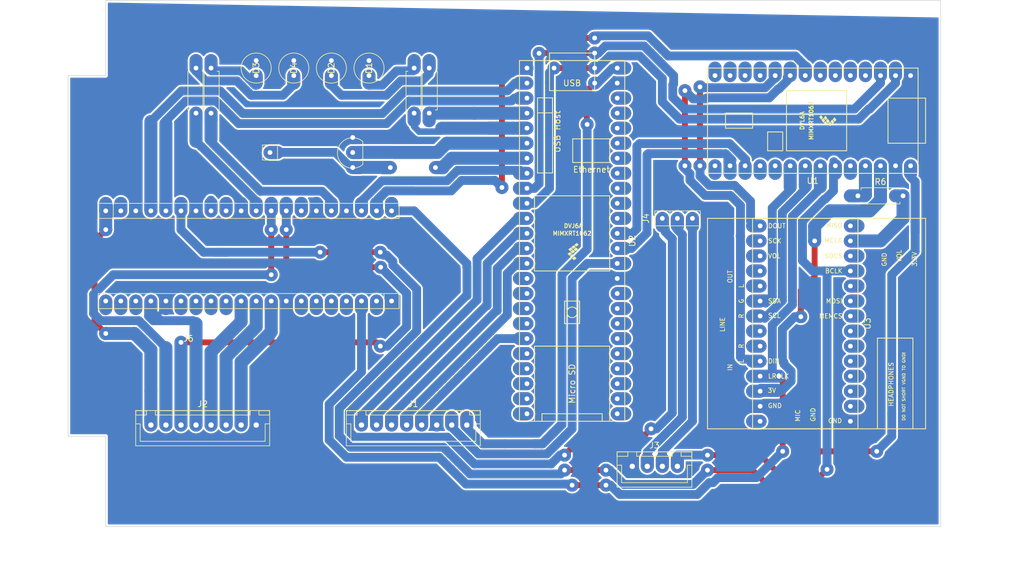
<source format=kicad_pcb>
(kicad_pcb (version 20171130) (host pcbnew "(5.1.6)-1")
  (layers (0 F.Cu signal) (31 B.Cu signal) (34 B.Paste user) (35 F.Paste user) (36 B.SilkS user) (37 F.SilkS user) (38 B.Mask user) (39 F.Mask user) (44 Edge.Cuts user))
  (net 0 "")
  (net 1 LED_PI_RUN)
  (net 2 LED_PI_READY)
  (net 3 RPI_I2S_TX_ACTIVE)
  (net 4 RPI_I2S_RX_ACTIVE)
  (net 5 T41_5V)
  (net 6 T41_CD)
  (net 7 T41_LED_CS)
  (net 8 T41_MOSI)
  (net 9 T41_MISO)
  (net 10 T41_TOUCH_CS)
  (net 11 GND)
  (net 12 T41_SCLK)
  (net 13 RPI_SCLK)
  (net 14 RPI_TOUCH_CS)
  (net 15 RPI_MISO)
  (net 16 RPI_MOSI)
  (net 17 RPI_LED_CS)
  (net 18 RPI_CD)
  (net 19 RPI_5V)
  (net 20 HOST_D+)
  (net 21 HOST_D-)
  (net 22 T40_5V)
  (net 23 RPI_RUN)
  (net 24 "Net-(J6-Pad2)")
  (net 25 I2S_FCLK)
  (net 26 "Net-(J6-Pad4)")
  (net 27 "Net-(J6-Pad5)")
  (net 28 "Net-(J6-Pad6)")
  (net 29 "Net-(J6-Pad7)")
  (net 30 "Net-(J6-Pad12)")
  (net 31 "Net-(J6-Pad13)")
  (net 32 "Net-(J6-Pad14)")
  (net 33 "Net-(J6-Pad15)")
  (net 34 "Net-(J6-Pad18)")
  (net 35 "Net-(J6-Pad19)")
  (net 36 "Net-(J6-Pad20)")
  (net 37 I2S_RXB)
  (net 38 I2S_TXB)
  (net 39 "Net-(J7-Pad14)")
  (net 40 RPI_READY)
  (net 41 "Net-(J7-Pad9)")
  (net 42 "Net-(J7-Pad8)")
  (net 43 I2S_BCLK)
  (net 44 RPI_RX)
  (net 45 RPI_TX)
  (net 46 LED_DOUT)
  (net 47 T41_3.3V)
  (net 48 PI_REBOOT)
  (net 49 SENS_PI_RUN)
  (net 50 "Net-(R6-Pad2)")
  (net 51 I2S_MCLK)
  (net 52 "Net-(U1-Pad15)")
  (net 53 "Net-(U1-Pad14)")
  (net 54 T40_TX3)
  (net 55 T40_RX3)
  (net 56 "Net-(U1-Pad18)")
  (net 57 "Net-(U1-Pad19)")
  (net 58 T40_SCA)
  (net 59 T40_SCL)
  (net 60 "Net-(U1-Pad24)")
  (net 61 T40_3.3V)
  (net 62 "Net-(U1-Pad13)")
  (net 63 "Net-(U1-Pad12)")
  (net 64 "Net-(U1-Pad11)")
  (net 65 I2S_RXA)
  (net 66 I2S_TXA)
  (net 67 "Net-(U1-Pad7)")
  (net 68 "Net-(U1-Pad6)")
  (net 69 "Net-(U1-Pad5)")
  (net 70 "Net-(U1-Pad4)")
  (net 71 T40_TX1)
  (net 72 T40_RX1)
  (net 73 "Net-(U2-Pad45)")
  (net 74 "Net-(U2-Pad44)")
  (net 75 "Net-(U2-Pad43)")
  (net 76 "Net-(U2-Pad42)")
  (net 77 "Net-(U2-Pad41)")
  (net 78 "Net-(U2-Pad40)")
  (net 79 "Net-(U2-Pad39)")
  (net 80 "Net-(U2-Pad38)")
  (net 81 "Net-(U2-Pad33)")
  (net 82 "Net-(U2-Pad32)")
  (net 83 "Net-(U2-Pad31)")
  (net 84 "Net-(U2-Pad30)")
  (net 85 "Net-(U2-Pad29)")
  (net 86 "Net-(U2-Pad28)")
  (net 87 "Net-(U2-Pad27)")
  (net 88 "Net-(U2-Pad26)")
  (net 89 "Net-(U2-Pad25)")
  (net 90 "Net-(U2-Pad24)")
  (net 91 "Net-(U2-Pad23)")
  (net 92 "Net-(U2-Pad22)")
  (net 93 +3V3)
  (net 94 "Net-(U2-Pad16)")
  (net 95 "Net-(U2-Pad20)")
  (net 96 "Net-(U2-Pad18)")
  (net 97 "Net-(U2-Pad17)")
  (net 98 "Net-(U3-Pad2)")
  (net 99 "Net-(U3-Pad3)")
  (net 100 "Net-(U3-Pad4)")
  (net 101 "Net-(U3-Pad5)")
  (net 102 "Net-(U3-Pad6)")
  (net 103 "Net-(U3-Pad7)")
  (net 104 "Net-(U3-Pad8)")
  (net 105 "Net-(U3-Pad9)")
  (net 106 "Net-(U3-Pad10)")
  (net 107 "Net-(U3-Pad12)")
  (net 108 "Net-(U3-Pad14)")
  (net 109 "Net-(U3-Pad16)")
  (net 110 "Net-(U3-Pad17)")
  (net 111 "Net-(U3-Pad18)")
  (net 112 "Net-(U3-Pad19)")
  (net 113 "Net-(U3-Pad22)")
  (net 114 "Net-(U3-Pad23)")
  (net 115 "Net-(U3-Pad28)")
  (net 116 "Net-(D1-Pad2)")
  (net 117 "Net-(D2-Pad2)")
  (net 118 "Net-(D3-Pad2)")
  (net 119 "Net-(D4-Pad2)")
  (module 0_my_footprints2:led_green (layer F.Cu) (at 99.06 40.64 270)
    (fp_text reference D1 (at 1.27 0 90) (layer F.SilkS))
    (fp_text value GREEN)
    (pad 1 thru_hole oval (at 0 0 270) (size 3.47 2.2) (drill 0.8 (offset -0.635 0)) (layers *.Cu *.Mask) (net 11 GND))
    (pad 2 thru_hole oval (at 2.54 0 270) (size 3.47 2.2) (drill 0.8 (offset 0.635 0)) (layers *.Cu *.Mask) (net 116 "Net-(D1-Pad2)"))
  )
  (module 0_my_footprints2:led_blue (layer F.Cu) (at 92.71 40.64 270)
    (fp_text reference D2 (at 1.27 0 90) (layer F.SilkS))
    (fp_text value BLUE)
    (pad 1 thru_hole oval (at 0 0 270) (size 3.47 2.2) (drill 0.8 (offset -0.635 0)) (layers *.Cu *.Mask) (net 11 GND))
    (pad 2 thru_hole oval (at 2.54 0 270) (size 3.47 2.2) (drill 0.8 (offset 0.635 0)) (layers *.Cu *.Mask) (net 117 "Net-(D2-Pad2)"))
  )
  (module 0_my_footprints2:led_yellow (layer F.Cu) (at 80.01 40.64 270)
    (fp_text reference D3 (at 1.27 0 90) (layer F.SilkS))
    (fp_text value YELLOW)
    (pad 1 thru_hole oval (at 0 0 270) (size 3.47 2.2) (drill 0.8 (offset -0.635 0)) (layers *.Cu *.Mask) (net 11 GND))
    (pad 2 thru_hole oval (at 2.54 0 270) (size 3.47 2.2) (drill 0.8 (offset 0.635 0)) (layers *.Cu *.Mask) (net 118 "Net-(D3-Pad2)"))
  )
  (module 0_my_footprints2:led_yellow (layer F.Cu) (at 86.36 40.64 270)
    (fp_text reference D4 (at 1.27 0 90) (layer F.SilkS))
    (fp_text value YELLOW)
    (pad 1 thru_hole oval (at 0 0 270) (size 3.47 2.2) (drill 0.8 (offset -0.635 0)) (layers *.Cu *.Mask) (net 11 GND))
    (pad 2 thru_hole oval (at 2.54 0 270) (size 3.47 2.2) (drill 0.8 (offset 0.635 0)) (layers *.Cu *.Mask) (net 119 "Net-(D4-Pad2)"))
  )
  (module 0_my_footprints2:JST8 (layer F.Cu) (at 97.79 102.235)
    (fp_text reference J1 (at 8.75 -3.55) (layer F.SilkS))
    (fp_text value T3_ILI9488)
    (pad 1 thru_hole oval (at 0 0) (size 2.2 3.47) (drill 0.9 (offset 0 -0.635)) (layers *.Cu *.Mask) (net 6 T41_CD))
    (pad 2 thru_hole oval (at 2.54 0) (size 2.2 3.47) (drill 0.9 (offset 0 -0.635)) (layers *.Cu *.Mask) (net 7 T41_LED_CS))
    (pad 3 thru_hole oval (at 5.08 0) (size 2.2 3.47) (drill 0.9 (offset 0 -0.635)) (layers *.Cu *.Mask) (net 8 T41_MOSI))
    (pad 4 thru_hole oval (at 7.62 0) (size 2.2 3.47) (drill 0.9 (offset 0 -0.635)) (layers *.Cu *.Mask) (net 9 T41_MISO))
    (pad 5 thru_hole oval (at 10.16 0) (size 2.2 3.47) (drill 0.9 (offset 0 -0.635)) (layers *.Cu *.Mask) (net 10 T41_TOUCH_CS))
    (pad 6 thru_hole oval (at 12.7 0) (size 2.2 3.47) (drill 0.9 (offset 0 -0.635)) (layers *.Cu *.Mask) (net 11 GND))
    (pad 7 thru_hole oval (at 15.24 0) (size 2.2 3.47) (drill 0.9 (offset 0 -0.635)) (layers *.Cu *.Mask) (net 12 T41_SCLK))
    (pad 8 thru_hole oval (at 17.78 0) (size 2.2 3.47) (drill 0.9 (offset 0 -0.635)) (layers *.Cu *.Mask) (net 5 T41_5V))
  )
  (module 0_my_footprints2:JST8 (layer F.Cu) (at 62.23 102.235)
    (fp_text reference J2 (at 8.75 -3.55) (layer F.SilkS))
    (fp_text value RPI_ILI9488)
    (pad 8 thru_hole oval (at 17.78 0) (size 2.2 3.47) (drill 0.9 (offset 0 -0.635)) (layers *.Cu *.Mask) (net 11 GND))
    (pad 7 thru_hole oval (at 15.24 0) (size 2.2 3.47) (drill 0.9 (offset 0 -0.635)) (layers *.Cu *.Mask) (net 13 RPI_SCLK))
    (pad 6 thru_hole oval (at 12.7 0) (size 2.2 3.47) (drill 0.9 (offset 0 -0.635)) (layers *.Cu *.Mask) (net 15 RPI_MISO))
    (pad 5 thru_hole oval (at 10.16 0) (size 2.2 3.47) (drill 0.9 (offset 0 -0.635)) (layers *.Cu *.Mask) (net 16 RPI_MOSI))
    (pad 4 thru_hole oval (at 7.62 0) (size 2.2 3.47) (drill 0.9 (offset 0 -0.635)) (layers *.Cu *.Mask) (net 18 RPI_CD))
    (pad 3 thru_hole oval (at 5.08 0) (size 2.2 3.47) (drill 0.9 (offset 0 -0.635)) (layers *.Cu *.Mask) (net 14 RPI_TOUCH_CS))
    (pad 2 thru_hole oval (at 2.54 0) (size 2.2 3.47) (drill 0.9 (offset 0 -0.635)) (layers *.Cu *.Mask) (net 17 RPI_LED_CS))
    (pad 1 thru_hole oval (at 0 0) (size 2.2 3.47) (drill 0.9 (offset 0 -0.635)) (layers *.Cu *.Mask) (net 19 RPI_5V))
  )
  (module 0_my_footprints2:JST4 (layer F.Cu) (at 143.51 109.22)
    (fp_text reference J3 (at 3.75 -3.55) (layer F.SilkS))
    (fp_text value "USB Host")
    (pad 1 thru_hole oval (at 0 0) (size 2.2 3.47) (drill 0.9 (offset 0 -0.635)) (layers *.Cu *.Mask) (net 11 GND))
    (pad 2 thru_hole oval (at 2.54 0) (size 2.2 3.47) (drill 0.9 (offset 0 -0.635)) (layers *.Cu *.Mask) (net 20 HOST_D+))
    (pad 3 thru_hole oval (at 5.08 0) (size 2.2 3.47) (drill 0.9 (offset 0 -0.635)) (layers *.Cu *.Mask) (net 21 HOST_D-))
    (pad 4 thru_hole oval (at 7.62 0) (size 2.2 3.47) (drill 0.9 (offset 0 -0.635)) (layers *.Cu *.Mask) (net 22 T40_5V))
  )
  (module 0_my_footprints2:pinSocket1x20 (layer F.Cu) (at 102.87 81.28 180)
    (fp_text reference J6 (at 34.29 -6.35) (layer F.SilkS))
    (fp_text value rpiB)
    (pad 1 thru_hole oval (at 0 0 180) (size 2.2 3.47) (drill 0.8 (offset 0 -0.635)) (layers *.Cu *.Mask) (net 11 GND))
    (pad 2 thru_hole oval (at 2.54 0 180) (size 2.2 3.47) (drill 0.8 (offset 0 -0.635)) (layers *.Cu *.Mask) (net 24 "Net-(J6-Pad2)"))
    (pad 3 thru_hole oval (at 5.08 0 180) (size 2.2 3.47) (drill 0.8 (offset 0 -0.635)) (layers *.Cu *.Mask) (net 25 I2S_FCLK))
    (pad 4 thru_hole oval (at 7.62 0 180) (size 2.2 3.47) (drill 0.8 (offset 0 -0.635)) (layers *.Cu *.Mask) (net 26 "Net-(J6-Pad4)"))
    (pad 5 thru_hole oval (at 10.16 0 180) (size 2.2 3.47) (drill 0.8 (offset 0 -0.635)) (layers *.Cu *.Mask) (net 27 "Net-(J6-Pad5)"))
    (pad 6 thru_hole oval (at 12.7 0 180) (size 2.2 3.47) (drill 0.8 (offset 0 -0.635)) (layers *.Cu *.Mask) (net 28 "Net-(J6-Pad6)"))
    (pad 7 thru_hole oval (at 15.24 0 180) (size 2.2 3.47) (drill 0.8 (offset 0 -0.635)) (layers *.Cu *.Mask) (net 29 "Net-(J6-Pad7)"))
    (pad 8 thru_hole oval (at 17.78 0 180) (size 2.2 3.47) (drill 0.8 (offset 0 -0.635)) (layers *.Cu *.Mask) (net 11 GND))
    (pad 9 thru_hole oval (at 20.32 0 180) (size 2.2 3.47) (drill 0.8 (offset 0 -0.635)) (layers *.Cu *.Mask) (net 13 RPI_SCLK))
    (pad 10 thru_hole oval (at 22.86 0 180) (size 2.2 3.47) (drill 0.8 (offset 0 -0.635)) (layers *.Cu *.Mask) (net 15 RPI_MISO))
    (pad 11 thru_hole oval (at 25.4 0 180) (size 2.2 3.47) (drill 0.8 (offset 0 -0.635)) (layers *.Cu *.Mask) (net 16 RPI_MOSI))
    (pad 12 thru_hole oval (at 27.94 0 180) (size 2.2 3.47) (drill 0.8 (offset 0 -0.635)) (layers *.Cu *.Mask) (net 30 "Net-(J6-Pad12)"))
    (pad 13 thru_hole oval (at 30.48 0 180) (size 2.2 3.47) (drill 0.8 (offset 0 -0.635)) (layers *.Cu *.Mask) (net 31 "Net-(J6-Pad13)"))
    (pad 14 thru_hole oval (at 33.02 0 180) (size 2.2 3.47) (drill 0.8 (offset 0 -0.635)) (layers *.Cu *.Mask) (net 32 "Net-(J6-Pad14)"))
    (pad 15 thru_hole oval (at 35.56 0 180) (size 2.2 3.47) (drill 0.8 (offset 0 -0.635)) (layers *.Cu *.Mask) (net 33 "Net-(J6-Pad15)"))
    (pad 16 thru_hole oval (at 38.1 0 180) (size 2.2 3.47) (drill 0.8 (offset 0 -0.635)) (layers *.Cu *.Mask) (net 11 GND))
    (pad 17 thru_hole oval (at 40.64 0 180) (size 2.2 3.47) (drill 0.8 (offset 0 -0.635)) (layers *.Cu *.Mask) (net 18 RPI_CD))
    (pad 18 thru_hole oval (at 43.18 0 180) (size 2.2 3.47) (drill 0.8 (offset 0 -0.635)) (layers *.Cu *.Mask) (net 34 "Net-(J6-Pad18)"))
    (pad 19 thru_hole oval (at 45.72 0 180) (size 2.2 3.47) (drill 0.8 (offset 0 -0.635)) (layers *.Cu *.Mask) (net 35 "Net-(J6-Pad19)"))
    (pad 20 thru_hole oval (at 48.26 0 180) (size 2.2 3.47) (drill 0.8 (offset 0 -0.635)) (layers *.Cu *.Mask) (net 36 "Net-(J6-Pad20)"))
  )
  (module 0_my_footprints2:pinSocket1x20 (layer F.Cu) (at 54.61 66.04)
    (fp_text reference J7 hide)
    (fp_text value rpiA)
    (pad 20 thru_hole oval (at 48.26 0) (size 2.2 3.47) (drill 0.8 (offset 0 -0.635)) (layers *.Cu *.Mask) (net 37 I2S_RXB))
    (pad 19 thru_hole oval (at 45.72 0) (size 2.2 3.47) (drill 0.8 (offset 0 -0.635)) (layers *.Cu *.Mask) (net 38 I2S_TXB))
    (pad 18 thru_hole oval (at 43.18 0) (size 2.2 3.47) (drill 0.8 (offset 0 -0.635)) (layers *.Cu *.Mask) (net 40 RPI_READY))
    (pad 17 thru_hole oval (at 40.64 0) (size 2.2 3.47) (drill 0.8 (offset 0 -0.635)) (layers *.Cu *.Mask) (net 11 GND))
    (pad 16 thru_hole oval (at 38.1 0) (size 2.2 3.47) (drill 0.8 (offset 0 -0.635)) (layers *.Cu *.Mask) (net 3 RPI_I2S_TX_ACTIVE))
    (pad 15 thru_hole oval (at 35.56 0) (size 2.2 3.47) (drill 0.8 (offset 0 -0.635)) (layers *.Cu *.Mask) (net 11 GND))
    (pad 14 thru_hole oval (at 33.02 0) (size 2.2 3.47) (drill 0.8 (offset 0 -0.635)) (layers *.Cu *.Mask) (net 39 "Net-(J7-Pad14)"))
    (pad 13 thru_hole oval (at 30.48 0) (size 2.2 3.47) (drill 0.8 (offset 0 -0.635)) (layers *.Cu *.Mask) (net 14 RPI_TOUCH_CS))
    (pad 12 thru_hole oval (at 27.94 0) (size 2.2 3.47) (drill 0.8 (offset 0 -0.635)) (layers *.Cu *.Mask) (net 17 RPI_LED_CS))
    (pad 11 thru_hole oval (at 25.4 0) (size 2.2 3.47) (drill 0.8 (offset 0 -0.635)) (layers *.Cu *.Mask) (net 4 RPI_I2S_RX_ACTIVE))
    (pad 10 thru_hole oval (at 22.86 0) (size 2.2 3.47) (drill 0.8 (offset 0 -0.635)) (layers *.Cu *.Mask) (net 11 GND))
    (pad 9 thru_hole oval (at 20.32 0) (size 2.2 3.47) (drill 0.8 (offset 0 -0.635)) (layers *.Cu *.Mask) (net 41 "Net-(J7-Pad9)"))
    (pad 8 thru_hole oval (at 17.78 0) (size 2.2 3.47) (drill 0.8 (offset 0 -0.635)) (layers *.Cu *.Mask) (net 42 "Net-(J7-Pad8)"))
    (pad 7 thru_hole oval (at 15.24 0) (size 2.2 3.47) (drill 0.8 (offset 0 -0.635)) (layers *.Cu *.Mask) (net 11 GND))
    (pad 6 thru_hole oval (at 12.7 0) (size 2.2 3.47) (drill 0.8 (offset 0 -0.635)) (layers *.Cu *.Mask) (net 43 I2S_BCLK))
    (pad 5 thru_hole oval (at 10.16 0) (size 2.2 3.47) (drill 0.8 (offset 0 -0.635)) (layers *.Cu *.Mask) (net 44 RPI_RX))
    (pad 4 thru_hole oval (at 7.62 0) (size 2.2 3.47) (drill 0.8 (offset 0 -0.635)) (layers *.Cu *.Mask) (net 45 RPI_TX))
    (pad 3 thru_hole oval (at 5.08 0) (size 2.2 3.47) (drill 0.8 (offset 0 -0.635)) (layers *.Cu *.Mask) (net 11 GND))
    (pad 2 thru_hole oval (at 2.54 0) (size 2.2 3.47) (drill 0.8 (offset 0 -0.635)) (layers *.Cu *.Mask) (net 19 RPI_5V))
    (pad 1 thru_hole oval (at 0 0) (size 2.2 3.47) (drill 0.8 (offset 0 -0.635)) (layers *.Cu *.Mask) (net 19 RPI_5V))
  )
  (module 0_my_teensy:teensy41 (layer F.Cu) (at 125.73 41.91 270)
    (fp_text reference U2 (at 29.21 -17.78 90) (layer F.SilkS))
    (fp_text value myTeensy4.1)
    (fp_text user DVJ6A (at 26.67 -7.8 180) (layer F.SilkS) (effects (font (size 0.7 0.7))))
    (fp_text user MIMXRT1062 (at 27.94 -7.62 180) (layer F.SilkS) (effects (font (size 0.7 0.7))))
    (fp_text user "Micro SD" (at 53.34 -7.62 90) (layer F.SilkS))
    (fp_text user USB (at 2.54 -7.62 180) (layer F.SilkS))
    (fp_text user Ethernet (at 17.145 -10.8966) (layer F.SilkS))
    (fp_text user "USB Host" (at 10.7442 -5.1308 90) (layer F.SilkS))
    (pad 48 thru_hole oval (at 0 -15.24 270) (size 2.2 3.47) (drill 0.8 (offset 0 -0.635)) (layers *.Cu *.Mask) (net 5 T41_5V))
    (pad 47 thru_hole oval (at 2.54 -15.24 270) (size 2.2 3.47) (drill 0.8 (offset 0 -0.635)) (layers *.Cu *.Mask) (net 11 GND))
    (pad 46 thru_hole oval (at 5.08 -15.24 270) (size 2.2 3.47) (drill 0.8 (offset 0 -0.635)) (layers *.Cu *.Mask) (net 47 T41_3.3V))
    (pad 45 thru_hole oval (at 7.62 -15.24 270) (size 2.2 3.47) (drill 0.8 (offset 0 -0.635)) (layers *.Cu *.Mask) (net 73 "Net-(U2-Pad45)"))
    (pad 44 thru_hole oval (at 10.16 -15.24 270) (size 2.2 3.47) (drill 0.8 (offset 0 -0.635)) (layers *.Cu *.Mask) (net 74 "Net-(U2-Pad44)"))
    (pad 43 thru_hole oval (at 12.7 -15.24 270) (size 2.2 3.47) (drill 0.8 (offset 0 -0.635)) (layers *.Cu *.Mask) (net 75 "Net-(U2-Pad43)"))
    (pad 42 thru_hole oval (at 15.24 -15.24 270) (size 2.2 3.47) (drill 0.8 (offset 0 -0.635)) (layers *.Cu *.Mask) (net 76 "Net-(U2-Pad42)"))
    (pad 41 thru_hole oval (at 17.78 -15.24 270) (size 2.2 3.47) (drill 0.8 (offset 0 -0.635)) (layers *.Cu *.Mask) (net 77 "Net-(U2-Pad41)"))
    (pad 40 thru_hole oval (at 20.32 -15.24 270) (size 2.2 3.47) (drill 0.8 (offset 0 -0.635)) (layers *.Cu *.Mask) (net 78 "Net-(U2-Pad40)"))
    (pad 39 thru_hole oval (at 22.86 -15.24 270) (size 2.2 3.47) (drill 0.8 (offset 0 -0.635)) (layers *.Cu *.Mask) (net 79 "Net-(U2-Pad39)"))
    (pad 38 thru_hole oval (at 25.4 -15.24 270) (size 2.2 3.47) (drill 0.8 (offset 0 -0.635)) (layers *.Cu *.Mask) (net 80 "Net-(U2-Pad38)"))
    (pad 37 thru_hole oval (at 27.94 -15.24 270) (size 2.2 3.47) (drill 0.8 (offset 0 -0.635)) (layers *.Cu *.Mask) (net 55 T40_RX3))
    (pad 36 thru_hole oval (at 30.48 -15.24 270) (size 2.2 3.47) (drill 0.8 (offset 0 -0.635)) (layers *.Cu *.Mask) (net 54 T40_TX3))
    (pad 35 thru_hole oval (at 33.02 -15.24 270) (size 2.2 3.47) (drill 0.8 (offset 0 -0.635)) (layers *.Cu *.Mask) (net 12 T41_SCLK))
    (pad 1 thru_hole oval (at 0 0 270) (size 2.2 3.47) (drill 0.8 (offset 0 0.635)) (layers *.Cu *.Mask) (net 11 GND))
    (pad 2 thru_hole oval (at 2.54 0 270) (size 2.2 3.47) (drill 0.8 (offset 0 0.635)) (layers *.Cu *.Mask) (net 45 RPI_TX))
    (pad 3 thru_hole oval (at 5.08 0 270) (size 2.2 3.47) (drill 0.8 (offset 0 0.635)) (layers *.Cu *.Mask) (net 44 RPI_RX))
    (pad 4 thru_hole oval (at 7.62 0 270) (size 2.2 3.47) (drill 0.8 (offset 0 0.635)) (layers *.Cu *.Mask) (net 2 LED_PI_READY))
    (pad 5 thru_hole oval (at 10.16 0 270) (size 2.2 3.47) (drill 0.8 (offset 0 0.635)) (layers *.Cu *.Mask) (net 1 LED_PI_RUN))
    (pad 6 thru_hole oval (at 12.7 0 270) (size 2.2 3.47) (drill 0.8 (offset 0 0.635)) (layers *.Cu *.Mask) (net 48 PI_REBOOT))
    (pad 7 thru_hole oval (at 15.24 0 270) (size 2.2 3.47) (drill 0.8 (offset 0 0.635)) (layers *.Cu *.Mask) (net 49 SENS_PI_RUN))
    (pad 8 thru_hole oval (at 17.78 0 270) (size 2.2 3.47) (drill 0.8 (offset 0 0.635)) (layers *.Cu *.Mask) (net 40 RPI_READY))
    (pad 9 thru_hole oval (at 20.32 0 270) (size 2.2 3.47) (drill 0.8 (offset 0 0.635)) (layers *.Cu *.Mask) (net 71 T40_TX1))
    (pad 10 thru_hole oval (at 22.86 0 270) (size 2.2 3.47) (drill 0.8 (offset 0 0.635)) (layers *.Cu *.Mask) (net 72 T40_RX1))
    (pad 11 thru_hole oval (at 25.4 0 270) (size 2.2 3.47) (drill 0.8 (offset 0 0.635)) (layers *.Cu *.Mask) (net 6 T41_CD))
    (pad 12 thru_hole oval (at 27.94 0 270) (size 2.2 3.47) (drill 0.8 (offset 0 0.635)) (layers *.Cu *.Mask) (net 7 T41_LED_CS))
    (pad 13 thru_hole oval (at 30.48 0 270) (size 2.2 3.47) (drill 0.8 (offset 0 0.635)) (layers *.Cu *.Mask) (net 8 T41_MOSI))
    (pad 34 thru_hole oval (at 35.56 -15.24 270) (size 2.2 3.47) (drill 0.8 (offset 0 -0.635)) (layers *.Cu *.Mask) (net 11 GND))
    (pad 33 thru_hole oval (at 38.1 -15.24 270) (size 2.2 3.47) (drill 0.8 (offset 0 -0.635)) (layers *.Cu *.Mask) (net 81 "Net-(U2-Pad33)"))
    (pad 32 thru_hole oval (at 40.64 -15.24 270) (size 2.2 3.47) (drill 0.8 (offset 0 -0.635)) (layers *.Cu *.Mask) (net 82 "Net-(U2-Pad32)"))
    (pad 31 thru_hole oval (at 43.18 -15.24 270) (size 2.2 3.47) (drill 0.8 (offset 0 -0.635)) (layers *.Cu *.Mask) (net 83 "Net-(U2-Pad31)"))
    (pad 30 thru_hole oval (at 45.72 -15.24 270) (size 2.2 3.47) (drill 0.8 (offset 0 -0.635)) (layers *.Cu *.Mask) (net 84 "Net-(U2-Pad30)"))
    (pad 29 thru_hole oval (at 48.26 -15.24 270) (size 2.2 3.47) (drill 0.8 (offset 0 -0.635)) (layers *.Cu *.Mask) (net 85 "Net-(U2-Pad29)"))
    (pad 28 thru_hole oval (at 50.8 -15.24 270) (size 2.2 3.47) (drill 0.8 (offset 0 -0.635)) (layers *.Cu *.Mask) (net 86 "Net-(U2-Pad28)"))
    (pad 27 thru_hole oval (at 53.34 -15.24 270) (size 2.2 3.47) (drill 0.8 (offset 0 -0.635)) (layers *.Cu *.Mask) (net 87 "Net-(U2-Pad27)"))
    (pad 26 thru_hole oval (at 55.88 -15.24 270) (size 2.2 3.47) (drill 0.8 (offset 0 -0.635)) (layers *.Cu *.Mask) (net 88 "Net-(U2-Pad26)"))
    (pad 25 thru_hole oval (at 58.42 -15.24 270) (size 2.2 3.47) (drill 0.8 (offset 0 -0.635)) (layers *.Cu *.Mask) (net 89 "Net-(U2-Pad25)"))
    (pad 24 thru_hole oval (at 58.42 0 270) (size 2.2 3.47) (drill 0.8 (offset 0 0.635)) (layers *.Cu *.Mask) (net 90 "Net-(U2-Pad24)"))
    (pad 23 thru_hole oval (at 55.88 0 270) (size 2.2 3.47) (drill 0.8 (offset 0 0.635)) (layers *.Cu *.Mask) (net 91 "Net-(U2-Pad23)"))
    (pad 22 thru_hole oval (at 53.34 0 270) (size 2.2 3.47) (drill 0.8 (offset 0 0.635)) (layers *.Cu *.Mask) (net 92 "Net-(U2-Pad22)"))
    (pad 21 thru_hole oval (at 50.8 0 270) (size 2.2 3.47) (drill 0.8 (offset 0 0.635)) (layers *.Cu *.Mask) (net 46 LED_DOUT))
    (pad 14 thru_hole oval (at 33.02 0 270) (size 2.2 3.47) (drill 0.8 (offset 0 0.635)) (layers *.Cu *.Mask) (net 9 T41_MISO))
    (pad 15 thru_hole oval (at 35.56 0 270) (size 2.2 3.47) (drill 0.8 (offset 0 0.635)) (layers *.Cu *.Mask) (net 93 +3V3))
    (pad 16 thru_hole oval (at 38.1 0 270) (size 2.2 3.47) (drill 0.8 (offset 0 0.635)) (layers *.Cu *.Mask) (net 94 "Net-(U2-Pad16)"))
    (pad 20 thru_hole oval (at 48.26 0 270) (size 2.2 3.47) (drill 0.8 (offset 0 0.635)) (layers *.Cu *.Mask) (net 95 "Net-(U2-Pad20)"))
    (pad 19 thru_hole oval (at 45.72 0 270) (size 2.2 3.47) (drill 0.8 (offset 0 0.635)) (layers *.Cu *.Mask) (net 10 T41_TOUCH_CS))
    (pad 18 thru_hole oval (at 43.18 0 270) (size 2.2 3.47) (drill 0.8 (offset 0 0.635)) (layers *.Cu *.Mask) (net 96 "Net-(U2-Pad18)"))
    (pad 17 thru_hole oval (at 40.64 0 270) (size 2.2 3.47) (drill 0.8 (offset 0 0.635)) (layers *.Cu *.Mask) (net 97 "Net-(U2-Pad17)"))
  )
  (module 0_my_teensy:audioShieldRevB (layer F.Cu) (at 180.34 101.6 90)
    (fp_text reference U3 (at 16.51 2.89814 90) (layer F.SilkS))
    (fp_text value teensyAudioRevB)
    (fp_text user 3.3V (at 27.40406 10.8458 90) (layer F.SilkS) (effects (font (size 0.762 0.762) (thickness 0.127))))
    (fp_text user VOL (at 27.94 8.23976 90) (layer F.SilkS) (effects (font (size 0.762 0.762) (thickness 0.127))))
    (fp_text user GND (at 27.331489 5.73278 90) (layer F.SilkS) (effects (font (size 0.762 0.762) (thickness 0.127))))
    (fp_text user L (at 22.86 -18.415 90) (layer F.SilkS) (effects (font (size 0.762 0.762) (thickness 0.127))))
    (fp_text user G (at 20.32 -18.415 90) (layer F.SilkS) (effects (font (size 0.762 0.762) (thickness 0.127))))
    (fp_text user R (at 17.78 -18.415 90) (layer F.SilkS) (effects (font (size 0.762 0.762) (thickness 0.127))))
    (fp_text user R (at 12.7 -18.415 90) (layer F.SilkS) (effects (font (size 0.762 0.762) (thickness 0.127))))
    (fp_text user L (at 10.16 -18.415 90) (layer F.SilkS) (effects (font (size 0.762 0.762) (thickness 0.127))))
    (fp_text user OUT (at 24.4602 -20.31238 90) (layer F.SilkS) (effects (font (size 0.762 0.762) (thickness 0.127))))
    (fp_text user IN (at 9.1186 -20.30984 90) (layer F.SilkS) (effects (font (size 0.762 0.762) (thickness 0.127))))
    (fp_text user GND (at 0.08636 -2.594852) (layer F.SilkS) (effects (font (size 0.762 0.762) (thickness 0.127))))
    (fp_text user MIC (at 0.954314 -8.88238 90) (layer F.SilkS) (effects (font (size 0.762 0.762) (thickness 0.127))))
    (fp_text user GND (at 1.1176 -6.29412 90) (layer F.SilkS) (effects (font (size 0.762 0.762) (thickness 0.127))))
    (fp_text user SCK (at 30.48 -13.97 180) (layer F.SilkS) (effects (font (size 0.762 0.762) (thickness 0.127)) (justify left)))
    (fp_text user VOL (at 27.94 -13.97) (layer F.SilkS) (effects (font (size 0.762 0.762) (thickness 0.127)) (justify left)))
    (fp_text user 3V (at 5.20954 -13.254808) (layer F.SilkS) (effects (font (size 0.762 0.762) (thickness 0.127))))
    (fp_text user LRCLK (at 7.62 -13.97) (layer F.SilkS) (effects (font (size 0.762 0.762) (thickness 0.127)) (justify left)))
    (fp_text user BCLK (at 25.4 -1.27) (layer F.SilkS) (effects (font (size 0.762 0.762) (thickness 0.127)) (justify right)))
    (fp_text user SCL (at 17.86636 -13.97) (layer F.SilkS) (effects (font (size 0.762 0.762) (thickness 0.127)) (justify left)))
    (fp_text user SDA (at 20.32 -13.97) (layer F.SilkS) (effects (font (size 0.762 0.762) (thickness 0.127)) (justify left)))
    (fp_text user MEMCS (at 17.78 -1.27 180) (layer F.SilkS) (effects (font (size 0.762 0.762) (thickness 0.127)) (justify right)))
    (fp_text user DIN (at 10.16 -13.97) (layer F.SilkS) (effects (font (size 0.762 0.762) (thickness 0.127)) (justify left)))
    (fp_text user DOUT (at 33.02 -13.97) (layer F.SilkS) (effects (font (size 0.762 0.762) (thickness 0.127)) (justify left)))
    (fp_text user SDCS (at 27.94 -1.27) (layer F.SilkS) (effects (font (size 0.762 0.762) (thickness 0.127)) (justify right)))
    (fp_text user MOSI (at 20.32 -1.27) (layer F.SilkS) (effects (font (size 0.762 0.762) (thickness 0.127)) (justify right)))
    (fp_text user MISO (at 33.09112 -1.27) (layer F.SilkS) (effects (font (size 0.762 0.762) (thickness 0.127)) (justify right)))
    (fp_text user HEADPHONES (at 6.23316 6.88594 90) (layer F.SilkS) (effects (font (size 0.762 0.762) (thickness 0.127))))
    (fp_text user "DO NOT SHORT VGND TO GND!" (at 5.87756 9.02208 90) (layer F.SilkS) (effects (font (size 0.508 0.508) (thickness 0.1016))))
    (fp_text user LINE (at 16.34236 -21.59 90) (layer F.SilkS) (effects (font (size 0.762 0.762) (thickness 0.127))))
    (fp_text user MCLK (at 30.55112 -1.27) (layer F.SilkS) (effects (font (size 0.762 0.762) (thickness 0.127)) (justify right)))
    (fp_text user GND (at 2.62636 -12.754852) (layer F.SilkS) (effects (font (size 0.762 0.762) (thickness 0.127))))
    (pad 1 thru_hole oval (at 0 0 90) (size 2.2 3.47) (drill 0.8 (offset 0 0.635)) (layers *.Cu *.Mask) (net 11 GND))
    (pad 2 thru_hole oval (at 2.54 0 90) (size 2.2 3.47) (drill 0.8 (offset 0 0.635)) (layers *.Cu *.Mask) (net 98 "Net-(U3-Pad2)"))
    (pad 3 thru_hole oval (at 5.08 0 90) (size 2.2 3.47) (drill 0.8 (offset 0 0.635)) (layers *.Cu *.Mask) (net 99 "Net-(U3-Pad3)"))
    (pad 4 thru_hole oval (at 7.62 0 90) (size 2.2 3.47) (drill 0.8 (offset 0 0.635)) (layers *.Cu *.Mask) (net 100 "Net-(U3-Pad4)"))
    (pad 5 thru_hole oval (at 10.16 0 90) (size 2.2 3.47) (drill 0.8 (offset 0 0.635)) (layers *.Cu *.Mask) (net 101 "Net-(U3-Pad5)"))
    (pad 6 thru_hole oval (at 12.7 0 90) (size 2.2 3.47) (drill 0.8 (offset 0 0.635)) (layers *.Cu *.Mask) (net 102 "Net-(U3-Pad6)"))
    (pad 7 thru_hole oval (at 15.24 0 90) (size 2.2 3.47) (drill 0.8 (offset 0 0.635)) (layers *.Cu *.Mask) (net 103 "Net-(U3-Pad7)"))
    (pad 8 thru_hole oval (at 17.78 0 90) (size 2.2 3.47) (drill 0.8 (offset 0 0.635)) (layers *.Cu *.Mask) (net 104 "Net-(U3-Pad8)"))
    (pad 9 thru_hole oval (at 20.32 0 90) (size 2.2 3.47) (drill 0.8 (offset 0 0.635)) (layers *.Cu *.Mask) (net 105 "Net-(U3-Pad9)"))
    (pad 10 thru_hole oval (at 22.86 0 90) (size 2.2 3.47) (drill 0.8 (offset 0 0.635)) (layers *.Cu *.Mask) (net 106 "Net-(U3-Pad10)"))
    (pad 11 thru_hole oval (at 25.4 0 90) (size 2.2 3.47) (drill 0.8 (offset 0 0.635)) (layers *.Cu *.Mask) (net 43 I2S_BCLK))
    (pad 12 thru_hole oval (at 27.94 0 90) (size 2.2 3.47) (drill 0.8 (offset 0 0.635)) (layers *.Cu *.Mask) (net 107 "Net-(U3-Pad12)"))
    (pad 13 thru_hole oval (at 30.48 0 90) (size 2.2 3.47) (drill 0.8 (offset 0 0.635)) (layers *.Cu *.Mask) (net 50 "Net-(R6-Pad2)"))
    (pad 14 thru_hole oval (at 33.02 0 90) (size 2.2 3.47) (drill 0.8 (offset 0 0.635)) (layers *.Cu *.Mask) (net 108 "Net-(U3-Pad14)"))
    (pad 15 thru_hole oval (at 33.02 -15.24 90) (size 2.2 3.47) (drill 0.8 (offset 0 -0.635)) (layers *.Cu *.Mask) (net 65 I2S_RXA))
    (pad 16 thru_hole oval (at 30.48 -15.24 90) (size 2.2 3.47) (drill 0.8 (offset 0 -0.635)) (layers *.Cu *.Mask) (net 109 "Net-(U3-Pad16)"))
    (pad 17 thru_hole oval (at 27.94 -15.24 90) (size 2.2 3.47) (drill 0.8 (offset 0 -0.635)) (layers *.Cu *.Mask) (net 110 "Net-(U3-Pad17)"))
    (pad 18 thru_hole oval (at 25.4 -15.24 90) (size 2.2 3.47) (drill 0.8 (offset 0 -0.635)) (layers *.Cu *.Mask) (net 111 "Net-(U3-Pad18)"))
    (pad 19 thru_hole oval (at 22.86 -15.24 90) (size 2.2 3.47) (drill 0.8 (offset 0 -0.635)) (layers *.Cu *.Mask) (net 112 "Net-(U3-Pad19)"))
    (pad 20 thru_hole oval (at 20.32 -15.24 90) (size 2.2 3.47) (drill 0.8 (offset 0 -0.635)) (layers *.Cu *.Mask) (net 58 T40_SCA))
    (pad 21 thru_hole oval (at 17.78 -15.24 90) (size 2.2 3.47) (drill 0.8 (offset 0 -0.635)) (layers *.Cu *.Mask) (net 59 T40_SCL))
    (pad 22 thru_hole oval (at 15.24 -15.24 90) (size 2.2 3.47) (drill 0.8 (offset 0 -0.635)) (layers *.Cu *.Mask) (net 113 "Net-(U3-Pad22)"))
    (pad 23 thru_hole oval (at 12.7 -15.24 90) (size 2.2 3.47) (drill 0.8 (offset 0 -0.635)) (layers *.Cu *.Mask) (net 114 "Net-(U3-Pad23)"))
    (pad 24 thru_hole oval (at 10.16 -15.24 90) (size 2.2 3.47) (drill 0.8 (offset 0 -0.635)) (layers *.Cu *.Mask) (net 66 I2S_TXA))
    (pad 25 thru_hole oval (at 7.62 -15.24 90) (size 2.2 3.47) (drill 0.8 (offset 0 -0.635)) (layers *.Cu *.Mask) (net 25 I2S_FCLK))
    (pad 26 thru_hole oval (at 5.08 -15.24 90) (size 2.2 3.47) (drill 0.8 (offset 0 -0.635)) (layers *.Cu *.Mask) (net 61 T40_3.3V))
    (pad 27 thru_hole oval (at 2.54 -15.24 90) (size 2.2 3.47) (drill 0.8 (offset 0 -0.635)) (layers *.Cu *.Mask) (net 11 GND))
    (pad 28 thru_hole oval (at 0 -15.24 90) (size 2.2 3.47) (drill 0.8 (offset 0 -0.635)) (layers *.Cu *.Mask) (net 115 "Net-(U3-Pad28)"))
  )
  (module 0_my_footprints2:resistor (layer F.Cu) (at 106.68 49.53 90)
    (fp_text reference R1 hide)
    (fp_text value 220)
    (pad 2 thru_hole oval (at 7.62 0 90) (size 3.47 2.2) (drill 0.8 (offset 0.635 0)) (layers *.Cu *.Mask) (net 116 "Net-(D1-Pad2)"))
    (pad 1 thru_hole oval (at 0 0 90) (size 3.47 2.2) (drill 0.8 (offset -0.635 0)) (layers *.Cu *.Mask) (net 1 LED_PI_RUN))
  )
  (module 0_my_footprints2:resistor (layer F.Cu) (at 109.22 49.53 90)
    (fp_text reference R2 hide)
    (fp_text value 560)
    (pad 2 thru_hole oval (at 7.62 0 90) (size 3.47 2.2) (drill 0.8 (offset 0.635 0)) (layers *.Cu *.Mask) (net 117 "Net-(D2-Pad2)"))
    (pad 1 thru_hole oval (at 0 0 90) (size 3.47 2.2) (drill 0.8 (offset -0.635 0)) (layers *.Cu *.Mask) (net 2 LED_PI_READY))
  )
  (module 0_my_footprints2:resistor (layer F.Cu) (at 72.39 49.53 90)
    (fp_text reference R3 hide)
    (fp_text value 220)
    (pad 1 thru_hole oval (at 0 0 90) (size 3.47 2.2) (drill 0.8 (offset -0.635 0)) (layers *.Cu *.Mask) (net 3 RPI_I2S_TX_ACTIVE))
    (pad 2 thru_hole oval (at 7.62 0 90) (size 3.47 2.2) (drill 0.8 (offset 0.635 0)) (layers *.Cu *.Mask) (net 118 "Net-(D3-Pad2)"))
  )
  (module 0_my_footprints2:resistor (layer F.Cu) (at 69.85 49.53 90)
    (fp_text reference R4 hide)
    (fp_text value 220)
    (pad 2 thru_hole oval (at 7.62 0 90) (size 3.47 2.2) (drill 0.8 (offset 0.635 0)) (layers *.Cu *.Mask) (net 119 "Net-(D4-Pad2)"))
    (pad 1 thru_hole oval (at 0 0 90) (size 3.47 2.2) (drill 0.8 (offset -0.635 0)) (layers *.Cu *.Mask) (net 4 RPI_I2S_RX_ACTIVE))
  )
  (module 0_my_footprints2:resistor (layer F.Cu) (at 110.28 58.72 180)
    (fp_text reference R5 hide)
    (fp_text value 220)
    (pad 1 thru_hole oval (at 0 0 180) (size 3.47 2.2) (drill 0.8 (offset -0.635 0)) (layers *.Cu *.Mask) (net 49 SENS_PI_RUN))
    (pad 2 thru_hole oval (at 7.62 0 180) (size 3.47 2.2) (drill 0.8 (offset 0.635 0)) (layers *.Cu *.Mask) (net 23 RPI_RUN))
  )
  (module 0_my_footprints2:resistor (layer F.Cu) (at 181.61 63.5)
    (fp_text reference R6 (at 3.81 -2.37) (layer F.SilkS))
    (fp_text value 100)
    (pad 2 thru_hole oval (at 7.62 0) (size 3.47 2.2) (drill 0.8 (offset -0.635 0)) (layers *.Cu *.Mask) (net 50 "Net-(R6-Pad2)"))
    (pad 1 thru_hole oval (at 0 0) (size 3.47 2.2) (drill 0.8 (offset -0.635 0)) (layers *.Cu *.Mask) (net 51 I2S_MCLK))
  )
  (module 0_my_footprints2:transistor (layer F.Cu) (at 96.31 58.72 90)
    (fp_text reference Q1 hide)
    (fp_text value BC547)
    (pad 1 thru_hole oval (at 0 0 90) (size 2.2 3.47) (drill 0.8 (offset 0 0.635)) (layers *.Cu *.Mask) (net 23 RPI_RUN))
    (pad 3 thru_hole oval (at 5.08 0 90) (size 2.2 3.47) (drill 0.8 (offset 0 0.635)) (layers *.Cu *.Mask) (net 11 GND))
    (pad 2 thru_hole oval (at 2.54 0 90) (size 2.2 3.47) (drill 0.8 (offset 0 0.635)) (layers *.Cu *.Mask) (net 48 PI_REBOOT))
  )
  (module 0_my_footprints2:pinSocket1x1 (layer F.Cu) (at 82.34 56.18 180)
    (fp_text reference J5 hide)
    (fp_text value RPI_RUN)
    (pad 1 thru_hole oval (at 0 0 180) (size 3.47 2.2) (drill 0.8 (offset -0.635 0)) (layers *.Cu *.Mask) (net 23 RPI_RUN))
  )
  (module 0_my_footprints2:pinSocket1x3 (layer F.Cu) (at 148.59 67.31 90)
    (fp_text reference J4 (at 0 -2.77 90) (layer F.SilkS))
    (fp_text value "40 bottom")
    (pad 1 thru_hole oval (at 0 0 90) (size 3.47 2.2) (drill 0.8 (offset -0.635 0)) (layers *.Cu *.Mask) (net 37 I2S_RXB))
    (pad 2 thru_hole oval (at 0 2.54 90) (size 3.47 2.2) (drill 0.8 (offset -0.635 0)) (layers *.Cu *.Mask) (net 20 HOST_D+))
    (pad 3 thru_hole oval (at 0 5.08 90) (size 3.47 2.2) (drill 0.8 (offset -0.635 0)) (layers *.Cu *.Mask) (net 21 HOST_D-))
  )
  (module 0_my_teensy:teensy40 (layer F.Cu) (at 190.5 43.18 180)
    (fp_text reference U1 (at 16.51 -17.78) (layer F.SilkS))
    (fp_text value myTeensy4.0)
    (fp_text user MIMXRT1062 (at 16.764 -7.62 90) (layer F.SilkS) (effects (font (size 0.7 0.7))))
    (fp_text user DVL6A (at 18.288 -7.62 90) (layer F.SilkS) (effects (font (size 0.7 0.7))))
    (pad 15 thru_hole oval (at 33.02 -15.24 180) (size 2.2 3.47) (drill 0.8 (offset 0 -0.635)) (layers *.Cu *.Mask) (net 52 "Net-(U1-Pad15)"))
    (pad 14 thru_hole oval (at 33.02 0 180) (size 2.2 3.47) (drill 0.8 (offset 0 0.635)) (layers *.Cu *.Mask) (net 53 "Net-(U1-Pad14)"))
    (pad 16 thru_hole oval (at 30.48 -15.24 180) (size 2.2 3.47) (drill 0.8 (offset 0 -0.635)) (layers *.Cu *.Mask) (net 54 T40_TX3))
    (pad 17 thru_hole oval (at 27.94 -15.24 180) (size 2.2 3.47) (drill 0.8 (offset 0 -0.635)) (layers *.Cu *.Mask) (net 55 T40_RX3))
    (pad 18 thru_hole oval (at 25.4 -15.24 180) (size 2.2 3.47) (drill 0.8 (offset 0 -0.635)) (layers *.Cu *.Mask) (net 56 "Net-(U1-Pad18)"))
    (pad 19 thru_hole oval (at 22.86 -15.24 180) (size 2.2 3.47) (drill 0.8 (offset 0 -0.635)) (layers *.Cu *.Mask) (net 57 "Net-(U1-Pad19)"))
    (pad 20 thru_hole oval (at 20.32 -15.24 180) (size 2.2 3.47) (drill 0.8 (offset 0 -0.635)) (layers *.Cu *.Mask) (net 58 T40_SCA))
    (pad 21 thru_hole oval (at 17.78 -15.24 180) (size 2.2 3.47) (drill 0.8 (offset 0 -0.635)) (layers *.Cu *.Mask) (net 59 T40_SCL))
    (pad 22 thru_hole oval (at 15.24 -15.24 180) (size 2.2 3.47) (drill 0.8 (offset 0 -0.635)) (layers *.Cu *.Mask) (net 25 I2S_FCLK))
    (pad 23 thru_hole oval (at 12.7 -15.24 180) (size 2.2 3.47) (drill 0.8 (offset 0 -0.635)) (layers *.Cu *.Mask) (net 43 I2S_BCLK))
    (pad 24 thru_hole oval (at 10.16 -15.24 180) (size 2.2 3.47) (drill 0.8 (offset 0 -0.635)) (layers *.Cu *.Mask) (net 60 "Net-(U1-Pad24)"))
    (pad 25 thru_hole oval (at 7.62 -15.24 180) (size 2.2 3.47) (drill 0.8 (offset 0 -0.635)) (layers *.Cu *.Mask) (net 51 I2S_MCLK))
    (pad 26 thru_hole oval (at 5.08 -15.24 180) (size 2.2 3.47) (drill 0.8 (offset 0 -0.635)) (layers *.Cu *.Mask) (net 61 T40_3.3V))
    (pad 27 thru_hole oval (at 2.54 -15.24 180) (size 2.2 3.47) (drill 0.8 (offset 0 -0.635)) (layers *.Cu *.Mask) (net 11 GND))
    (pad 28 thru_hole oval (at 0 -15.24 180) (size 2.2 3.47) (drill 0.8 (offset 0 -0.635)) (layers *.Cu *.Mask) (net 22 T40_5V))
    (pad 13 thru_hole oval (at 30.48 0 180) (size 2.2 3.47) (drill 0.8 (offset 0 0.635)) (layers *.Cu *.Mask) (net 62 "Net-(U1-Pad13)"))
    (pad 12 thru_hole oval (at 27.94 0 180) (size 2.2 3.47) (drill 0.8 (offset 0 0.635)) (layers *.Cu *.Mask) (net 63 "Net-(U1-Pad12)"))
    (pad 11 thru_hole oval (at 25.4 0 180) (size 2.2 3.47) (drill 0.8 (offset 0 0.635)) (layers *.Cu *.Mask) (net 64 "Net-(U1-Pad11)"))
    (pad 10 thru_hole oval (at 22.86 0 180) (size 2.2 3.47) (drill 0.8 (offset 0 0.635)) (layers *.Cu *.Mask) (net 65 I2S_RXA))
    (pad 9 thru_hole oval (at 20.32 0 180) (size 2.2 3.47) (drill 0.8 (offset 0 0.635)) (layers *.Cu *.Mask) (net 66 I2S_TXA))
    (pad 8 thru_hole oval (at 17.78 0 180) (size 2.2 3.47) (drill 0.8 (offset 0 0.635)) (layers *.Cu *.Mask) (net 38 I2S_TXB))
    (pad 7 thru_hole oval (at 15.24 0 180) (size 2.2 3.47) (drill 0.8 (offset 0 0.635)) (layers *.Cu *.Mask) (net 67 "Net-(U1-Pad7)"))
    (pad 6 thru_hole oval (at 12.7 0 180) (size 2.2 3.47) (drill 0.8 (offset 0 0.635)) (layers *.Cu *.Mask) (net 68 "Net-(U1-Pad6)"))
    (pad 5 thru_hole oval (at 10.16 0 180) (size 2.2 3.47) (drill 0.8 (offset 0 0.635)) (layers *.Cu *.Mask) (net 69 "Net-(U1-Pad5)"))
    (pad 4 thru_hole oval (at 7.62 0 180) (size 2.2 3.47) (drill 0.8 (offset 0 0.635)) (layers *.Cu *.Mask) (net 70 "Net-(U1-Pad4)"))
    (pad 3 thru_hole oval (at 5.08 0 180) (size 2.2 3.47) (drill 0.8 (offset 0 0.635)) (layers *.Cu *.Mask) (net 71 T40_TX1))
    (pad 2 thru_hole oval (at 2.54 0 180) (size 2.2 3.47) (drill 0.8 (offset 0 0.635)) (layers *.Cu *.Mask) (net 72 T40_RX1))
    (pad 1 thru_hole oval (at 0 0 180) (size 2.2 3.47) (drill 0.8 (offset 0 0.635)) (layers *.Cu *.Mask) (net 11 GND))
  )
  (gr_line (start 54.61 43.18) (end 54.61 30.48) (layer Edge.Cuts) (width 0.1))
  (gr_line (start 54.61 43.18) (end 48.26 43.18) (layer Edge.Cuts) (width 0.1))
  (gr_line (start 54.61 104.14) (end 48.26 104.14) (layer Edge.Cuts) (width 0.1))
  (gr_line (start 54.61 119.38) (end 54.61 104.14) (layer Edge.Cuts) (width 0.1))
  (gr_line (start 48.26 104.14) (end 48.26 43.18) (layer Edge.Cuts) (width 0.1))
  (gr_line (start 195.58 119.38) (end 54.61 119.38) (layer Edge.Cuts) (width 0.1))
  (gr_line (start 195.58 30.48) (end 195.58 119.38) (layer Edge.Cuts) (width 0.1))
  (gr_line (start 54.61 30.48) (end 195.58 30.48) (layer Edge.Cuts) (width 0.1))
  (segment (start 106.68 49.53) (end 106.685598 49.53) (width 2.2) (layer B.Cu) (net 1))
  (segment (start 120.65 52.07) (end 119.38 52.07) (width 2.2) (layer B.Cu) (net 1))
  (segment (start 120.65 52.07) (end 119.379991 52.07) (width 2.2) (layer B.Cu) (net 1))
  (segment (start 110.645001 52.270001) (end 110.645001 52.160001) (width 0.25) (layer B.Cu) (net 1))
  (segment (start 122.380001 51.080001) (end 123.37 52.07) (width 0.3) (layer B.Cu) (net 1))
  (segment (start 125.73 52.07) (end 123.37 52.07) (width 2.2) (layer B.Cu) (net 1))
  (segment (start 123.37 52.07) (end 120.65 52.07) (width 2.2) (layer B.Cu) (net 1))
  (segment (start 106.68 51.810002) (end 107.519999 52.650001) (width 1.1) (layer B.Cu) (net 1))
  (segment (start 107.519999 52.650001) (end 111.179999 52.650001) (width 1.1) (layer B.Cu) (net 1))
  (segment (start 119.379991 52.07) (end 111.344126 52.07) (width 2.2) (layer B.Cu) (net 1))
  (segment (start 125.73 49.53) (end 116.84 49.53) (width 2.2) (layer B.Cu) (net 2))
  (segment (start 116.84 49.53) (end 109.22 49.53) (width 2.2) (layer B.Cu) (net 2))
  (segment (start 79.759161 61.755834) (end 80.723317 62.71999) (width 1.5) (layer B.Cu) (net 3))
  (segment (start 80.732468 62.710839) (end 91.100839 62.710839) (width 1.5) (layer B.Cu) (net 3))
  (segment (start 80.723317 62.71999) (end 80.732468 62.710839) (width 1.5) (layer B.Cu) (net 3))
  (segment (start 91.100839 62.710839) (end 92.67 64.28) (width 1.5) (layer B.Cu) (net 3))
  (segment (start 92.67 64.28) (end 92.67 65.67) (width 1.5) (layer B.Cu) (net 3))
  (segment (start 80.714166 62.710839) (end 72.486327 54.483) (width 1.5) (layer B.Cu) (net 3))
  (segment (start 80.732468 62.710839) (end 80.714166 62.710839) (width 1.5) (layer B.Cu) (net 3))
  (segment (start 72.39 49.53) (end 72.39 53.891698) (width 2.2) (layer B.Cu) (net 3))
  (segment (start 69.85 49.53) (end 69.85 54.2925) (width 2.2) (layer B.Cu) (net 4))
  (segment (start 70.786318 55.187167) (end 70.744667 55.187167) (width 1.5) (layer B.Cu) (net 4))
  (segment (start 70.744667 55.187167) (end 69.85 54.2925) (width 1.5) (layer B.Cu) (net 4))
  (segment (start 80.01 66.04) (end 80.01 64.410849) (width 1.5) (layer B.Cu) (net 4))
  (segment (start 80.01 64.410849) (end 70.786318 55.187167) (width 1.5) (layer B.Cu) (net 4))
  (segment (start 131.29999 102.38001) (end 129.97001 103.70999) (width 1.5) (layer B.Cu) (net 5))
  (segment (start 131.64999 102.03001) (end 129.97001 103.70999) (width 1.5) (layer B.Cu) (net 5))
  (segment (start 135.89 72.525824) (end 131.64999 76.765833) (width 1.5) (layer B.Cu) (net 5))
  (segment (start 129.97001 103.70999) (end 128.27 105.41) (width 1.5) (layer B.Cu) (net 5))
  (segment (start 135.89 51.435) (end 135.89 51.435) (width 1.5) (layer B.Cu) (net 5))
  (via (at 137.16 44.45) (size 2.2) (drill 0.8) (layers F.Cu B.Cu) (net 5))
  (segment (start 137.654002 44.45) (end 137.16 44.45) (width 1.5) (layer B.Cu) (net 5))
  (segment (start 140.194002 41.91) (end 137.654002 44.45) (width 1.5) (layer B.Cu) (net 5))
  (segment (start 140.97 41.91) (end 140.194002 41.91) (width 1.5) (layer B.Cu) (net 5))
  (segment (start 135.89 51.435) (end 135.89 72.525824) (width 1.5) (layer B.Cu) (net 5))
  (via (at 135.89 51.435) (size 2.2) (drill 0.8) (layers F.Cu B.Cu) (net 5))
  (segment (start 137.16 44.45) (end 135.8265 45.7835) (width 1) (layer F.Cu) (net 5))
  (segment (start 135.8265 51.3715) (end 135.89 51.435) (width 1) (layer F.Cu) (net 5))
  (segment (start 135.8265 45.7835) (end 135.8265 51.3715) (width 1) (layer F.Cu) (net 5))
  (segment (start 118.745 105.41) (end 121.92 105.41) (width 1.5) (layer B.Cu) (net 5))
  (segment (start 118.745 105.41) (end 118.250025 105.41) (width 1.5) (layer B.Cu) (net 5))
  (segment (start 118.250025 105.41) (end 115.5065 102.666475) (width 1.5) (layer B.Cu) (net 5))
  (segment (start 126.9365 105.41) (end 128.27 105.41) (width 1.5) (layer B.Cu) (net 5))
  (segment (start 121.92 105.41) (end 126.9365 105.41) (width 1.5) (layer B.Cu) (net 5))
  (segment (start 128.405824 105.41) (end 131.64999 102.165833) (width 1.5) (layer B.Cu) (net 5))
  (segment (start 131.64999 102.165833) (end 131.64999 100.95051) (width 1.5) (layer B.Cu) (net 5))
  (segment (start 126.9365 105.41) (end 128.405824 105.41) (width 1.5) (layer B.Cu) (net 5))
  (segment (start 131.64999 76.765833) (end 131.64999 100.95051) (width 1.5) (layer B.Cu) (net 5))
  (segment (start 131.64999 100.95051) (end 131.64999 102.03001) (width 1.5) (layer B.Cu) (net 5))
  (segment (start 123.790849 67.62) (end 125.01 67.62) (width 1.5) (layer B.Cu) (net 6))
  (segment (start 117.30996 74.100889) (end 123.790849 67.62) (width 1.5) (layer B.Cu) (net 6))
  (segment (start 117.30996 81.085889) (end 97.79 100.605849) (width 1.5) (layer B.Cu) (net 6))
  (segment (start 117.30996 74.100889) (end 117.30996 81.085889) (width 1.5) (layer B.Cu) (net 6))
  (segment (start 124.100849 69.85) (end 125.73 69.85) (width 1.5) (layer B.Cu) (net 7))
  (segment (start 119.00997 74.940879) (end 124.100849 69.85) (width 1.5) (layer B.Cu) (net 7))
  (segment (start 119.00997 74.940879) (end 119.00997 82.061702) (width 1.5) (layer B.Cu) (net 7))
  (segment (start 118.874147 82.061702) (end 100.33 100.605849) (width 1.5) (layer B.Cu) (net 7))
  (segment (start 119.00997 82.061702) (end 118.874147 82.061702) (width 1.5) (layer B.Cu) (net 7))
  (segment (start 120.70998 75.780869) (end 123.800849 72.69) (width 1.5) (layer B.Cu) (net 8))
  (segment (start 123.800849 72.69) (end 125.02 72.69) (width 1.5) (layer B.Cu) (net 8))
  (segment (start 120.70998 75.780869) (end 120.70998 82.901693) (width 1.5) (layer B.Cu) (net 8))
  (segment (start 120.574156 82.901693) (end 102.87 100.605849) (width 1.5) (layer B.Cu) (net 8))
  (segment (start 120.70998 82.901693) (end 120.574156 82.901693) (width 1.5) (layer B.Cu) (net 8))
  (segment (start 124.100849 74.93) (end 122.40999 76.620859) (width 1.5) (layer B.Cu) (net 9))
  (segment (start 125.73 74.93) (end 124.100849 74.93) (width 1.5) (layer B.Cu) (net 9))
  (segment (start 122.40999 83.605859) (end 122.40999 76.620859) (width 1.5) (layer B.Cu) (net 9))
  (segment (start 105.41 100.605849) (end 122.40999 83.605859) (width 1.5) (layer B.Cu) (net 9))
  (segment (start 105.41 102.235) (end 105.41 100.605849) (width 1.5) (layer B.Cu) (net 9))
  (segment (start 107.95 102.235) (end 107.95 100.470027) (width 1.5) (layer B.Cu) (net 10))
  (segment (start 107.95 100.470027) (end 120.790027 87.63) (width 1.5) (layer B.Cu) (net 10))
  (segment (start 120.790027 87.63) (end 125.73 87.63) (width 1.5) (layer B.Cu) (net 10))
  (segment (start 90.17 66.04) (end 90.17 64.764402) (width 1) (layer B.Cu) (net 11))
  (segment (start 77.47 66.045598) (end 77.47 66.04) (width 1) (layer B.Cu) (net 11))
  (segment (start 133.35 102.870001) (end 131.934991 104.28501) (width 1.5) (layer B.Cu) (net 12))
  (segment (start 133.35 77.47) (end 133.35 102.870001) (width 1.5) (layer B.Cu) (net 12))
  (segment (start 135.89 74.93) (end 133.35 77.47) (width 1.5) (layer B.Cu) (net 12))
  (segment (start 140.97 74.93) (end 135.89 74.93) (width 1.5) (layer B.Cu) (net 12))
  (segment (start 133.35 102.870001) (end 132.13998 104.08002) (width 1.5) (layer B.Cu) (net 12))
  (segment (start 132.13998 104.08002) (end 130.81 105.41) (width 1.5) (layer B.Cu) (net 12))
  (segment (start 130.81 105.41) (end 129.10999 107.11001) (width 1.5) (layer B.Cu) (net 12))
  (segment (start 117.545859 107.11001) (end 113.03 102.594151) (width 1.5) (layer B.Cu) (net 12))
  (segment (start 129.10999 107.11001) (end 117.545859 107.11001) (width 1.5) (layer B.Cu) (net 12))
  (segment (start 113.03 102.594151) (end 113.03 102.235) (width 1.5) (layer B.Cu) (net 12))
  (segment (start 82.55 81.28) (end 82.55 87.122) (width 1.5) (layer B.Cu) (net 13))
  (segment (start 77.597 101.981) (end 77.6605 102.0445) (width 1.5) (layer B.Cu) (net 13))
  (segment (start 82.55 87.122) (end 77.597 92.075) (width 1.5) (layer B.Cu) (net 13))
  (segment (start 82.55 81.28) (end 82.55 86.480752) (width 2.2) (layer B.Cu) (net 13))
  (segment (start 82.55 86.480752) (end 77.47 91.560752) (width 2.2) (layer B.Cu) (net 13))
  (segment (start 77.47 91.560752) (end 77.47 102.235) (width 2.2) (layer B.Cu) (net 13))
  (segment (start 85.09 66.04) (end 85.09 64.410849) (width 1.5) (layer B.Cu) (net 14))
  (segment (start 85.09 66.399151) (end 85.09 66.04) (width 1.5) (layer B.Cu) (net 14))
  (segment (start 85.09 66.04) (end 85.09 69.215) (width 1.5) (layer B.Cu) (net 14))
  (segment (start 85.09 69.215) (end 85.09 69.215) (width 1.5) (layer B.Cu) (net 14))
  (via (at 85.09 69.215) (size 2.2) (drill 0.8) (layers F.Cu B.Cu) (net 14))
  (segment (start 85.09 69.215) (end 85.09 75.565) (width 1) (layer F.Cu) (net 14))
  (segment (start 85.09 75.565) (end 101.0285 75.565) (width 1) (layer F.Cu) (net 14))
  (via (at 101.0285 75.565) (size 2.2) (drill 0.8) (layers F.Cu B.Cu) (net 14))
  (via (at 100.965 88.9) (size 2.2) (drill 0.8) (layers F.Cu B.Cu) (net 14))
  (segment (start 67.31 88.265) (end 67.31 88.265) (width 1.5) (layer B.Cu) (net 14))
  (via (at 67.31 88.265) (size 2.2) (drill 0.8) (layers F.Cu B.Cu) (net 14))
  (segment (start 67.31 102.235) (end 67.31 88.265) (width 2.2) (layer B.Cu) (net 14))
  (segment (start 102.147496 88.9) (end 100.965 88.9) (width 1.5) (layer B.Cu) (net 14))
  (segment (start 105.41 85.637496) (end 102.147496 88.9) (width 1.5) (layer B.Cu) (net 14))
  (segment (start 101.0285 75.565) (end 105.41 79.9465) (width 1.5) (layer B.Cu) (net 14))
  (segment (start 105.41 79.9465) (end 105.41 85.637496) (width 1.5) (layer B.Cu) (net 14))
  (segment (start 100.33 88.265) (end 100.965 88.9) (width 1) (layer F.Cu) (net 14))
  (segment (start 67.31 88.265) (end 100.33 88.265) (width 1) (layer F.Cu) (net 14))
  (segment (start 80.01 81.28) (end 80.01 86.106) (width 1.5) (layer B.Cu) (net 15))
  (segment (start 80.01 86.106) (end 74.93 91.186) (width 1.5) (layer B.Cu) (net 15))
  (segment (start 74.93 99.695) (end 74.93 102.235) (width 1.5) (layer B.Cu) (net 15))
  (segment (start 80.01 81.28) (end 80.01 85.626626) (width 2.2) (layer B.Cu) (net 15))
  (segment (start 80.01 85.626626) (end 74.93 90.706626) (width 2.2) (layer B.Cu) (net 15))
  (segment (start 74.93 90.706626) (end 74.93 102.235) (width 2.2) (layer B.Cu) (net 15))
  (segment (start 72.39 102.235) (end 72.39 89.8525) (width 2.2) (layer B.Cu) (net 16))
  (segment (start 77.47 81.28) (end 77.47 84.7725) (width 2.2) (layer B.Cu) (net 16))
  (segment (start 77.47 84.7725) (end 72.39 89.8525) (width 2.2) (layer B.Cu) (net 16))
  (segment (start 64.77 102.235) (end 64.77 100.959402) (width 1) (layer B.Cu) (net 17))
  (segment (start 82.55 66.04) (end 82.55 69.215) (width 1.5) (layer B.Cu) (net 17))
  (segment (start 82.55 76.835) (end 82.55 76.835) (width 1.5) (layer B.Cu) (net 17))
  (via (at 82.55 76.835) (size 2.2) (drill 0.8) (layers F.Cu B.Cu) (net 17))
  (segment (start 82.55 69.215) (end 82.55 69.215) (width 1.5) (layer B.Cu) (net 17))
  (via (at 82.55 69.215) (size 2.2) (drill 0.8) (layers F.Cu B.Cu) (net 17))
  (segment (start 82.55 69.215) (end 82.55 76.835) (width 1) (layer F.Cu) (net 17))
  (segment (start 64.77 102.235) (end 64.77 89.159174) (width 2.2) (layer B.Cu) (net 17))
  (segment (start 52.55999 80.15501) (end 55.88 76.835) (width 1.5) (layer B.Cu) (net 17))
  (segment (start 52.55999 83.399141) (end 52.55999 80.15501) (width 1.5) (layer B.Cu) (net 17))
  (segment (start 53.76086 84.60001) (end 52.55999 83.399141) (width 1.5) (layer B.Cu) (net 17))
  (segment (start 60.194161 84.60001) (end 53.76086 84.60001) (width 1.5) (layer B.Cu) (net 17))
  (segment (start 55.88 76.835) (end 82.55 76.835) (width 1.5) (layer B.Cu) (net 17))
  (segment (start 60.908988 85.314837) (end 60.194161 84.60001) (width 1.5) (layer B.Cu) (net 17))
  (segment (start 60.925663 85.314837) (end 60.908988 85.314837) (width 1.5) (layer B.Cu) (net 17))
  (segment (start 64.77 89.159174) (end 60.925663 85.314837) (width 1.5) (layer B.Cu) (net 17))
  (segment (start 62.23 81.28) (end 62.23 82.555598) (width 1) (layer B.Cu) (net 18))
  (segment (start 69.85 85.09) (end 69.36001 84.60001) (width 1.5) (layer B.Cu) (net 18))
  (segment (start 69.85 102.235) (end 69.85 85.09) (width 2.2) (layer B.Cu) (net 18))
  (segment (start 66.94701 84.60001) (end 63.920859 84.60001) (width 1.5) (layer B.Cu) (net 18))
  (segment (start 69.36001 84.60001) (end 66.94701 84.60001) (width 1.5) (layer B.Cu) (net 18))
  (segment (start 63.920859 84.60001) (end 62.615012 84.60001) (width 1.5) (layer B.Cu) (net 18))
  (segment (start 62.615012 84.60001) (end 61.849 83.833998) (width 1.5) (layer B.Cu) (net 18))
  (segment (start 61.849 83.833998) (end 61.849 82.677) (width 1.5) (layer B.Cu) (net 18))
  (segment (start 62.23 82.909151) (end 63.920859 84.60001) (width 1.5) (layer B.Cu) (net 18))
  (segment (start 62.23 81.28) (end 62.23 82.909151) (width 1.5) (layer B.Cu) (net 18))
  (segment (start 62.23 89.535) (end 59.459184 86.764184) (width 2.2) (layer B.Cu) (net 19))
  (segment (start 62.23 96.52) (end 62.23 89.535) (width 2.2) (layer B.Cu) (net 19))
  (segment (start 59.459184 86.764184) (end 54.61 86.764184) (width 2.2) (layer B.Cu) (net 19))
  (segment (start 57.15 66.04) (end 54.61 66.04) (width 2.2) (layer B.Cu) (net 19))
  (segment (start 54.61 66.04) (end 54.61 69.215) (width 2.2) (layer B.Cu) (net 19))
  (segment (start 54.61 69.215) (end 54.61 69.215) (width 2.2) (layer B.Cu) (net 19))
  (via (at 54.61 69.215) (size 2.2) (drill 0.8) (layers F.Cu B.Cu) (net 19))
  (segment (start 54.61 86.764184) (end 54.61 86.764184) (width 2.2) (layer B.Cu) (net 19))
  (via (at 54.61 86.764184) (size 2.2) (drill 0.8) (layers F.Cu B.Cu) (net 19))
  (segment (start 54.61 86.764184) (end 52.705 84.859184) (width 1) (layer F.Cu) (net 19))
  (segment (start 52.705 71.12) (end 54.61 69.215) (width 1) (layer F.Cu) (net 19))
  (segment (start 52.705 84.859184) (end 52.705 71.12) (width 1) (layer F.Cu) (net 19))
  (segment (start 62.23 96.52) (end 62.23 101.6) (width 2.2) (layer B.Cu) (net 19))
  (segment (start 151.13 69.215) (end 151.96999 70.05499) (width 1.5) (layer B.Cu) (net 20))
  (segment (start 151.13 67.31) (end 151.13 69.215) (width 1.5) (layer B.Cu) (net 20))
  (segment (start 151.96999 70.05499) (end 151.96999 100.895834) (width 1.5) (layer B.Cu) (net 20))
  (segment (start 151.96999 100.895834) (end 146.05 106.815824) (width 1.5) (layer B.Cu) (net 20))
  (segment (start 146.05 106.815824) (end 146.05 109.22) (width 1.5) (layer B.Cu) (net 20))
  (segment (start 153.67 67.31) (end 153.67 101.6) (width 1.5) (layer B.Cu) (net 21))
  (segment (start 153.67 101.6) (end 148.59 106.68) (width 1.5) (layer B.Cu) (net 21))
  (segment (start 148.59 106.68) (end 148.59 108.585) (width 1.5) (layer B.Cu) (net 21))
  (segment (start 190.5 58.42) (end 190.5 60.325) (width 1.5) (layer B.Cu) (net 22))
  (segment (start 190.5 60.325) (end 191.28001 61.10501) (width 1.5) (layer B.Cu) (net 22))
  (segment (start 191.28001 69.70499) (end 191.28001 61.10501) (width 1.5) (layer B.Cu) (net 22))
  (segment (start 191.28001 61.10501) (end 191.28001 72.87999) (width 1.5) (layer B.Cu) (net 22))
  (segment (start 191.28001 72.87999) (end 187.325 76.835) (width 1.5) (layer B.Cu) (net 22))
  (segment (start 187.325 100.33) (end 187.325 104.14) (width 1.5) (layer B.Cu) (net 22))
  (segment (start 187.325 76.835) (end 187.325 100.33) (width 1.5) (layer B.Cu) (net 22))
  (segment (start 187.325 104.14) (end 184.785 106.68) (width 1.5) (layer B.Cu) (net 22))
  (via (at 156.21 107.315) (size 2.2) (drill 0.8) (layers F.Cu B.Cu) (net 22))
  (segment (start 184.785 106.68) (end 184.785 106.68) (width 1.5) (layer B.Cu) (net 22))
  (via (at 184.785 106.68) (size 2.2) (drill 0.8) (layers F.Cu B.Cu) (net 22))
  (segment (start 175.26 106.68) (end 184.785 106.68) (width 1) (layer F.Cu) (net 22))
  (segment (start 172.085 109.855) (end 175.26 106.68) (width 1) (layer F.Cu) (net 22))
  (segment (start 167.64 109.855) (end 172.085 109.855) (width 1) (layer F.Cu) (net 22))
  (segment (start 156.21 107.315) (end 151.13 107.315) (width 1.5) (layer B.Cu) (net 22))
  (segment (start 156.21 107.315) (end 165.1 107.315) (width 1) (layer F.Cu) (net 22))
  (segment (start 165.1 107.315) (end 167.64 109.855) (width 1) (layer F.Cu) (net 22))
  (segment (start 101.644 58.72) (end 101.6186 58.6946) (width 2.2) (layer B.Cu) (net 23))
  (segment (start 102.66 58.72) (end 101.644 58.72) (width 2.2) (layer B.Cu) (net 23))
  (segment (start 101.6186 58.6946) (end 96.2338 58.6946) (width 2.2) (layer B.Cu) (net 23))
  (segment (start 95.950849 58.72) (end 93.385449 56.1546) (width 1.5) (layer B.Cu) (net 23))
  (segment (start 96.31 58.72) (end 95.950849 58.72) (width 1.5) (layer B.Cu) (net 23))
  (segment (start 93.385449 56.1546) (end 82.34 56.1546) (width 1.5) (layer B.Cu) (net 23))
  (segment (start 165.1 93.98) (end 163.824402 93.98) (width 1) (layer B.Cu) (net 25))
  (segment (start 170.55003 81.289187) (end 170.55003 66.958343) (width 1.5) (layer B.Cu) (net 25))
  (segment (start 167.159161 85.299202) (end 167.159161 93.290841) (width 1.5) (layer B.Cu) (net 25))
  (segment (start 170.55003 81.289187) (end 170.550029 81.908334) (width 1.5) (layer B.Cu) (net 25))
  (segment (start 170.550029 81.908334) (end 167.159161 85.299202) (width 1.5) (layer B.Cu) (net 25))
  (segment (start 165.1 93.98) (end 165.1 94.02) (width 1.5) (layer B.Cu) (net 25))
  (segment (start 165.1 94.02) (end 165.41 94.33) (width 1.5) (layer B.Cu) (net 25))
  (segment (start 170.55003 66.958343) (end 175.26 62.248373) (width 1.5) (layer B.Cu) (net 25))
  (segment (start 175.26 58.42) (end 175.26 61.977164) (width 2.2) (layer B.Cu) (net 25))
  (segment (start 92.33997 104.768324) (end 92.33997 98.707525) (width 1.5) (layer B.Cu) (net 25))
  (segment (start 95.256676 107.68503) (end 92.33997 104.768324) (width 1.5) (layer B.Cu) (net 25))
  (segment (start 92.33997 98.707525) (end 97.79 93.257497) (width 1.5) (layer B.Cu) (net 25))
  (segment (start 97.79 93.257497) (end 97.79 81.28) (width 1.5) (layer B.Cu) (net 25))
  (segment (start 115.433358 112.21004) (end 110.90835 107.68503) (width 1.5) (layer B.Cu) (net 25))
  (segment (start 110.90835 107.68503) (end 95.256676 107.68503) (width 1.5) (layer B.Cu) (net 25))
  (via (at 168.275 93.98) (size 2.2) (drill 0.8) (layers F.Cu B.Cu) (net 25))
  (segment (start 168.275 93.98) (end 163.83 93.98) (width 2.2) (layer B.Cu) (net 25))
  (via (at 139.065 112.395) (size 2.2) (drill 0.8) (layers F.Cu B.Cu) (net 25))
  (segment (start 168.91 106.68) (end 168.91 106.68) (width 1.5) (layer B.Cu) (net 25))
  (via (at 168.91 106.68) (size 2.2) (drill 0.8) (layers F.Cu B.Cu) (net 25))
  (segment (start 168.91 94.615) (end 168.275 93.98) (width 1) (layer F.Cu) (net 25))
  (segment (start 168.91 106.68) (end 168.91 94.615) (width 1) (layer F.Cu) (net 25))
  (via (at 133.35 112.395) (size 2.2) (drill 0.8) (layers F.Cu B.Cu) (net 25))
  (segment (start 133.16504 112.21004) (end 133.35 112.395) (width 1.5) (layer B.Cu) (net 25))
  (segment (start 115.433358 112.21004) (end 133.16504 112.21004) (width 1.5) (layer B.Cu) (net 25))
  (segment (start 139.835824 112.395) (end 139.065 112.395) (width 1.5) (layer B.Cu) (net 25))
  (segment (start 141.406686 113.965863) (end 139.835824 112.395) (width 1.5) (layer B.Cu) (net 25))
  (segment (start 164.465 111.125) (end 157.974002 111.125) (width 1.5) (layer B.Cu) (net 25))
  (segment (start 154.503314 113.965863) (end 141.406686 113.965863) (width 1.5) (layer B.Cu) (net 25))
  (segment (start 168.91 106.68) (end 164.465 111.125) (width 1.5) (layer B.Cu) (net 25))
  (segment (start 157.974002 111.125) (end 157.124825 111.974177) (width 1.5) (layer B.Cu) (net 25))
  (segment (start 157.124825 111.974177) (end 156.495 111.974177) (width 1.5) (layer B.Cu) (net 25))
  (segment (start 156.495 111.974177) (end 154.503314 113.965863) (width 1.5) (layer B.Cu) (net 25))
  (segment (start 133.35 112.395) (end 139.065 112.395) (width 1) (layer F.Cu) (net 25))
  (segment (start 102.87 66.04) (end 102.87 64.77) (width 2.2) (layer B.Cu) (net 37))
  (segment (start 115.60995 75.60495) (end 115.60995 80.381723) (width 1.5) (layer B.Cu) (net 37))
  (segment (start 112.316682 104.28501) (end 116.841692 108.81002) (width 1.5) (layer B.Cu) (net 37))
  (segment (start 115.57 74.93) (end 115.57 75.565) (width 1.5) (layer B.Cu) (net 37))
  (segment (start 95.73999 100.115859) (end 95.73999 103.35999) (width 1.5) (layer B.Cu) (net 37))
  (segment (start 106.68 66.04) (end 115.57 74.93) (width 1.5) (layer B.Cu) (net 37))
  (segment (start 96.66501 104.28501) (end 112.316682 104.28501) (width 1.5) (layer B.Cu) (net 37))
  (segment (start 115.57 75.565) (end 115.60995 75.60495) (width 1.5) (layer B.Cu) (net 37))
  (segment (start 102.87 66.04) (end 106.68 66.04) (width 1.5) (layer B.Cu) (net 37))
  (segment (start 115.474126 80.381723) (end 95.73999 100.115859) (width 1.5) (layer B.Cu) (net 37))
  (segment (start 115.60995 80.381723) (end 115.474126 80.381723) (width 1.5) (layer B.Cu) (net 37))
  (segment (start 95.73999 103.35999) (end 96.66501 104.28501) (width 1.5) (layer B.Cu) (net 37))
  (via (at 132.08 107.315) (size 2.2) (drill 0.8) (layers F.Cu B.Cu) (net 37))
  (segment (start 129.814157 108.81002) (end 131.309177 107.315) (width 1.5) (layer B.Cu) (net 37))
  (segment (start 131.309177 107.315) (end 132.08 107.315) (width 1.5) (layer B.Cu) (net 37))
  (segment (start 116.841692 108.81002) (end 129.814157 108.81002) (width 1.5) (layer B.Cu) (net 37))
  (segment (start 146.685 102.87) (end 146.685 102.87) (width 1.5) (layer B.Cu) (net 37))
  (via (at 146.685 102.87) (size 2.2) (drill 0.8) (layers F.Cu B.Cu) (net 37))
  (segment (start 132.08 107.315) (end 134.62 104.775) (width 1) (layer F.Cu) (net 37))
  (segment (start 134.62 104.775) (end 144.78 104.775) (width 1) (layer F.Cu) (net 37))
  (segment (start 144.78 104.775) (end 146.685 102.87) (width 1) (layer F.Cu) (net 37))
  (segment (start 149.07999 69.06999) (end 148.59 68.58) (width 1.5) (layer B.Cu) (net 37))
  (segment (start 148.59 68.58) (end 148.59 67.31) (width 1.5) (layer B.Cu) (net 37))
  (segment (start 146.685 102.87) (end 147.591648 102.87) (width 1.5) (layer B.Cu) (net 37))
  (segment (start 150.26998 70.759157) (end 149.07999 69.569167) (width 1.5) (layer B.Cu) (net 37))
  (segment (start 150.26998 100.191668) (end 150.26998 70.759157) (width 1.5) (layer B.Cu) (net 37))
  (segment (start 147.591648 102.87) (end 150.26998 100.191668) (width 1.5) (layer B.Cu) (net 37))
  (segment (start 149.07999 69.569167) (end 149.07999 69.06999) (width 1.5) (layer B.Cu) (net 37))
  (via (at 137.16 36.83) (size 2.2) (drill 0.8) (layers F.Cu B.Cu) (net 38))
  (segment (start 121.504125 62.09001) (end 121.504125 62.09001) (width 2.2) (layer B.Cu) (net 38))
  (via (at 121.504125 62.09001) (size 2.2) (drill 0.8) (layers F.Cu B.Cu) (net 38))
  (segment (start 100.33 66.04) (end 100.46999 66.17999) (width 2.2) (layer B.Cu) (net 38))
  (segment (start 121.504125 42.320277) (end 121.504125 42.320277) (width 1) (layer F.Cu) (net 38))
  (segment (start 121.504125 62.09001) (end 121.504125 40.420875) (width 1) (layer F.Cu) (net 38))
  (segment (start 172.72 41.550849) (end 171.02914 39.85999) (width 1.5) (layer B.Cu) (net 38))
  (segment (start 172.72 43.18) (end 172.72 41.550849) (width 1.5) (layer B.Cu) (net 38))
  (segment (start 149.579166 39.85999) (end 146.179147 36.45997) (width 1.5) (layer B.Cu) (net 38))
  (segment (start 171.02914 39.85999) (end 149.579166 39.85999) (width 1.5) (layer B.Cu) (net 38))
  (segment (start 137.53003 36.45997) (end 137.16 36.83) (width 1.5) (layer B.Cu) (net 38))
  (segment (start 146.179147 36.45997) (end 137.53003 36.45997) (width 1.5) (layer B.Cu) (net 38))
  (segment (start 137.16 36.83) (end 125.095 36.83) (width 1) (layer F.Cu) (net 38))
  (segment (start 125.095 36.83) (end 123.1265 38.7985) (width 1) (layer F.Cu) (net 38))
  (segment (start 121.504125 40.420875) (end 123.1265 38.7985) (width 1) (layer F.Cu) (net 38))
  (segment (start 100.33 64.410849) (end 100.33 66.04) (width 1.5) (layer B.Cu) (net 38))
  (segment (start 121.504125 62.09001) (end 120.314135 60.90002) (width 1.5) (layer B.Cu) (net 38))
  (segment (start 114.698708 60.90002) (end 112.938718 62.66001) (width 1.5) (layer B.Cu) (net 38))
  (segment (start 120.314135 60.90002) (end 114.698708 60.90002) (width 1.5) (layer B.Cu) (net 38))
  (segment (start 102.080839 62.66001) (end 100.33 64.410849) (width 1.5) (layer B.Cu) (net 38))
  (segment (start 106.44049 62.66001) (end 102.080839 62.66001) (width 1.5) (layer B.Cu) (net 38))
  (segment (start 106.44049 62.66001) (end 101.945015 62.66001) (width 1.5) (layer B.Cu) (net 38))
  (segment (start 112.938718 62.66001) (end 106.44049 62.66001) (width 1.5) (layer B.Cu) (net 38))
  (segment (start 101.945015 62.66001) (end 100.558763 64.046262) (width 1.5) (layer B.Cu) (net 38))
  (segment (start 125.73 59.69) (end 124.454402 59.69) (width 1) (layer B.Cu) (net 40))
  (segment (start 125.095 59.69) (end 125.73 59.69) (width 1.5) (layer B.Cu) (net 40))
  (segment (start 97.79 65.405) (end 97.79 64.410849) (width 1.5) (layer B.Cu) (net 40))
  (segment (start 97.79 64.410849) (end 101.240849 60.96) (width 1.5) (layer B.Cu) (net 40))
  (segment (start 124.60501 59.20001) (end 125.095 59.69) (width 1.5) (layer B.Cu) (net 40))
  (segment (start 101.240849 60.96) (end 112.234551 60.96) (width 1.5) (layer B.Cu) (net 40))
  (segment (start 112.234551 60.96) (end 113.994541 59.20001) (width 1.5) (layer B.Cu) (net 40))
  (segment (start 113.994541 59.20001) (end 124.60501 59.20001) (width 1.5) (layer B.Cu) (net 40))
  (segment (start 74.93 66.045598) (end 74.93 66.04) (width 1) (layer B.Cu) (net 41))
  (segment (start 72.3646 64.2112) (end 72.3646 65.7098) (width 1.5) (layer B.Cu) (net 42))
  (segment (start 67.31 66.04) (end 67.31 66.399151) (width 1.5) (layer B.Cu) (net 43))
  (segment (start 67.31 69.215) (end 71.12 73.025) (width 1.5) (layer B.Cu) (net 43))
  (segment (start 67.31 66.04) (end 67.31 69.215) (width 1.5) (layer B.Cu) (net 43))
  (segment (start 71.12 73.025) (end 74.93 73.025) (width 1.5) (layer B.Cu) (net 43))
  (segment (start 73.025 73.025) (end 74.93 73.025) (width 1.5) (layer B.Cu) (net 43))
  (segment (start 175.895 76.2) (end 180.34 76.2) (width 1.5) (layer B.Cu) (net 43))
  (segment (start 176.400008 101.094992) (end 176.400008 76.705008) (width 1.5) (layer B.Cu) (net 43))
  (segment (start 176.400008 76.705008) (end 175.895 76.2) (width 1.5) (layer B.Cu) (net 43))
  (segment (start 74.93 73.025) (end 90.805 73.025) (width 1.5) (layer B.Cu) (net 43))
  (segment (start 90.805 73.025) (end 90.805 73.025) (width 1.5) (layer B.Cu) (net 43))
  (via (at 90.805 73.025) (size 2.2) (drill 0.8) (layers F.Cu B.Cu) (net 43))
  (segment (start 90.805 73.025) (end 100.965 73.025) (width 1) (layer F.Cu) (net 43))
  (via (at 100.965 73.025) (size 2.2) (drill 0.8) (layers F.Cu B.Cu) (net 43))
  (segment (start 172.25004 67.77996) (end 172.25004 74.46004) (width 1.5) (layer B.Cu) (net 43))
  (segment (start 172.25004 74.46004) (end 173.99 76.2) (width 1.5) (layer B.Cu) (net 43))
  (segment (start 173.99 76.2) (end 175.895 76.2) (width 1.5) (layer B.Cu) (net 43))
  (segment (start 172.25004 67.77996) (end 172.72 67.31) (width 1.5) (layer B.Cu) (net 43))
  (segment (start 176.109141 64.027174) (end 177.4825 62.653815) (width 1.5) (layer B.Cu) (net 43))
  (segment (start 172.25004 67.779959) (end 176.002825 64.027174) (width 1.5) (layer B.Cu) (net 43))
  (segment (start 177.4825 62.653815) (end 177.4825 59.8297) (width 1.5) (layer B.Cu) (net 43))
  (segment (start 172.25004 67.77996) (end 172.25004 67.779959) (width 1.5) (layer B.Cu) (net 43))
  (segment (start 176.002825 64.027174) (end 176.109141 64.027174) (width 1.5) (layer B.Cu) (net 43))
  (segment (start 177.546 58.2295) (end 177.546 57.7215) (width 1.5) (layer B.Cu) (net 43))
  (segment (start 177.8 58.42) (end 177.7365 58.42) (width 1.5) (layer B.Cu) (net 43))
  (segment (start 177.7365 58.42) (end 177.546 58.2295) (width 1.5) (layer B.Cu) (net 43))
  (segment (start 103.078501 75.210825) (end 107.110009 79.242333) (width 1.5) (layer B.Cu) (net 43))
  (segment (start 111.612516 105.98502) (end 116.137525 110.51003) (width 1.5) (layer B.Cu) (net 43))
  (segment (start 107.110009 79.242333) (end 107.11001 86.341663) (width 1.5) (layer B.Cu) (net 43))
  (segment (start 94.03998 104.064157) (end 95.960843 105.98502) (width 1.5) (layer B.Cu) (net 43))
  (segment (start 102.012501 73.514999) (end 103.078501 74.580999) (width 1.5) (layer B.Cu) (net 43))
  (segment (start 101.454999 73.514999) (end 102.012501 73.514999) (width 1.5) (layer B.Cu) (net 43))
  (segment (start 100.965 73.025) (end 101.454999 73.514999) (width 1.5) (layer B.Cu) (net 43))
  (segment (start 107.11001 86.341663) (end 94.03998 99.411692) (width 1.5) (layer B.Cu) (net 43))
  (segment (start 103.078501 74.580999) (end 103.078501 75.210825) (width 1.5) (layer B.Cu) (net 43))
  (segment (start 94.03998 99.411692) (end 94.03998 104.064157) (width 1.5) (layer B.Cu) (net 43))
  (segment (start 95.960843 105.98502) (end 111.612516 105.98502) (width 1.5) (layer B.Cu) (net 43))
  (segment (start 176.400008 101.094992) (end 176.400008 107.820008) (width 1.5) (layer B.Cu) (net 43))
  (segment (start 176.400008 107.820008) (end 176.400008 108.455008) (width 1.5) (layer B.Cu) (net 43))
  (segment (start 176.400008 108.455008) (end 176.400008 108.455008) (width 1.5) (layer B.Cu) (net 43))
  (via (at 139.065 109.855) (size 2.2) (drill 0.8) (layers F.Cu B.Cu) (net 43))
  (segment (start 176.400008 107.820008) (end 176.400008 109.725008) (width 1.5) (layer B.Cu) (net 43))
  (segment (start 176.400008 109.725008) (end 176.400008 109.725008) (width 1.5) (layer B.Cu) (net 43))
  (via (at 176.400008 109.725008) (size 2.2) (drill 0.8) (layers F.Cu B.Cu) (net 43))
  (segment (start 176.270016 109.855) (end 176.400008 109.725008) (width 1) (layer F.Cu) (net 43))
  (via (at 156.21 109.855) (size 2.2) (drill 0.8) (layers F.Cu B.Cu) (net 43))
  (via (at 132.08 109.855) (size 2.2) (drill 0.8) (layers F.Cu B.Cu) (net 43))
  (segment (start 154.79499 111.27001) (end 156.21 109.855) (width 1.5) (layer B.Cu) (net 43))
  (segment (start 131.42497 110.51003) (end 132.08 109.855) (width 1.5) (layer B.Cu) (net 43))
  (segment (start 116.137525 110.51003) (end 131.42497 110.51003) (width 1.5) (layer B.Cu) (net 43))
  (segment (start 139.065 109.855) (end 139.7 109.855) (width 1.5) (layer B.Cu) (net 43))
  (segment (start 142.110853 112.265853) (end 153.799148 112.265853) (width 1.5) (layer B.Cu) (net 43))
  (segment (start 139.7 109.855) (end 142.110853 112.265853) (width 1.5) (layer B.Cu) (net 43))
  (segment (start 155.110001 110.954999) (end 156.21 109.855) (width 1.5) (layer B.Cu) (net 43))
  (segment (start 153.799148 112.265853) (end 155.110001 110.954999) (width 1.5) (layer B.Cu) (net 43))
  (segment (start 132.08 109.855) (end 139.065 109.855) (width 1) (layer F.Cu) (net 43))
  (segment (start 165.735 111.76) (end 174.365016 111.76) (width 1) (layer F.Cu) (net 43))
  (segment (start 174.365016 111.76) (end 176.400008 109.725008) (width 1) (layer F.Cu) (net 43))
  (segment (start 163.83 109.855) (end 165.735 111.76) (width 1) (layer F.Cu) (net 43))
  (segment (start 156.21 109.855) (end 163.83 109.855) (width 1) (layer F.Cu) (net 43))
  (segment (start 125.73 46.99) (end 123.82 46.99) (width 1.1) (layer B.Cu) (net 44))
  (segment (start 125.73 46.99) (end 124.35 46.99) (width 1.27) (layer B.Cu) (net 44))
  (segment (start 122.84 47.46) (end 122.82001 47.47999) (width 1.5) (layer B.Cu) (net 44))
  (segment (start 123.12 47.46) (end 122.84 47.46) (width 1.5) (layer B.Cu) (net 44))
  (segment (start 77.047497 51.288346) (end 73.239141 47.47999) (width 1.5) (layer B.Cu) (net 44))
  (segment (start 73.239141 47.47999) (end 69.000859 47.47999) (width 1.5) (layer B.Cu) (net 44))
  (segment (start 122.82001 47.47999) (end 105.830859 47.47999) (width 1.5) (layer B.Cu) (net 44))
  (segment (start 123.59 46.99) (end 123.12 47.46) (width 1.5) (layer B.Cu) (net 44))
  (segment (start 102.022503 51.288346) (end 77.047497 51.288346) (width 1.5) (layer B.Cu) (net 44))
  (segment (start 105.830859 47.47999) (end 102.022503 51.288346) (width 1.5) (layer B.Cu) (net 44))
  (segment (start 125.73 46.99) (end 123.59 46.99) (width 1.5) (layer B.Cu) (net 44))
  (segment (start 73.239141 47.47999) (end 68.09001 47.47999) (width 1.5) (layer B.Cu) (net 44))
  (segment (start 68.09001 47.47999) (end 64.77 50.8) (width 1.5) (layer B.Cu) (net 44))
  (segment (start 64.77 50.8) (end 64.77 52.705) (width 1.5) (layer B.Cu) (net 44))
  (segment (start 64.77 66.04) (end 64.77 51.294974) (width 2.2) (layer B.Cu) (net 44))
  (segment (start 102.476672 48.43) (end 105.126692 45.77998) (width 1.5) (layer B.Cu) (net 45))
  (segment (start 105.126692 45.77998) (end 101.318336 49.588336) (width 1.5) (layer B.Cu) (net 45))
  (segment (start 101.318336 49.588336) (end 77.751663 49.588336) (width 1.5) (layer B.Cu) (net 45))
  (segment (start 73.943308 45.77998) (end 68.296692 45.77998) (width 1.5) (layer B.Cu) (net 45))
  (segment (start 77.751663 49.588336) (end 73.943308 45.77998) (width 1.5) (layer B.Cu) (net 45))
  (segment (start 123.725823 44.45) (end 125.73 44.45) (width 1.5) (layer B.Cu) (net 45))
  (segment (start 122.415833 45.75999) (end 123.725823 44.45) (width 1.5) (layer B.Cu) (net 45))
  (segment (start 122.135833 45.75999) (end 122.415833 45.75999) (width 1.5) (layer B.Cu) (net 45))
  (segment (start 105.126692 45.77998) (end 122.115843 45.77998) (width 1.5) (layer B.Cu) (net 45))
  (segment (start 122.115843 45.77998) (end 122.135833 45.75999) (width 1.5) (layer B.Cu) (net 45))
  (segment (start 67.385843 45.779981) (end 62.23 50.935824) (width 1.5) (layer B.Cu) (net 45))
  (segment (start 68.296692 45.77998) (end 67.385843 45.779981) (width 1.5) (layer B.Cu) (net 45))
  (segment (start 62.23 50.935824) (end 62.23 52.705) (width 1.5) (layer B.Cu) (net 45))
  (segment (start 62.23 66.04) (end 62.23 50.935824) (width 2.2) (layer B.Cu) (net 45))
  (segment (start 100.81 56.15) (end 96.28 56.15) (width 2.2) (layer B.Cu) (net 48))
  (segment (start 112.175874 54.61) (end 110.62999 56.155884) (width 2.2) (layer B.Cu) (net 48))
  (segment (start 125.73 54.61) (end 112.175874 54.61) (width 2.2) (layer B.Cu) (net 48))
  (segment (start 102.588232 56.15) (end 100.81 56.15) (width 2.2) (layer B.Cu) (net 48))
  (segment (start 102.594116 56.155884) (end 102.588232 56.15) (width 2.2) (layer B.Cu) (net 48))
  (segment (start 110.62999 56.155884) (end 102.594116 56.155884) (width 2.2) (layer B.Cu) (net 48))
  (segment (start 110.28 58.72) (end 111.55 58.72) (width 1) (layer B.Cu) (net 49))
  (segment (start 111.5246 58.7708) (end 111.4484 58.7708) (width 2.2) (layer B.Cu) (net 49))
  (segment (start 111.5246 58.6808) (end 111.50542 58.69998) (width 2.2) (layer B.Cu) (net 49))
  (segment (start 125.73 57.15) (end 120.925884 57.15) (width 2.2) (layer B.Cu) (net 49))
  (segment (start 120.925884 57.15) (end 113.03 57.15) (width 2.2) (layer B.Cu) (net 49))
  (segment (start 113.03 57.15) (end 111.76 58.42) (width 2.2) (layer B.Cu) (net 49))
  (segment (start 189.23 63.5) (end 189.23 67.31) (width 2.2) (layer B.Cu) (net 50))
  (segment (start 189.23 67.31) (end 185.42 71.12) (width 2.2) (layer B.Cu) (net 50))
  (segment (start 185.42 71.12) (end 180.34 71.12) (width 2.2) (layer B.Cu) (net 50))
  (segment (start 182.88 58.42) (end 182.88 63.375876) (width 2.2) (layer B.Cu) (net 51))
  (segment (start 182.755876 63.5) (end 182.88 63.375876) (width 2.2) (layer B.Cu) (net 51))
  (segment (start 181.61 63.5) (end 182.755876 63.5) (width 2.2) (layer B.Cu) (net 51))
  (segment (start 159.23999 56.36999) (end 160.356551 57.48655) (width 1.5) (layer B.Cu) (net 54))
  (segment (start 160.02 58.2168) (end 159.6517 57.8485) (width 1.5) (layer B.Cu) (net 54))
  (segment (start 160.02 58.42) (end 160.02 58.2168) (width 1.5) (layer B.Cu) (net 54))
  (segment (start 159.6517 56.7817) (end 159.23999 56.36999) (width 1.5) (layer B.Cu) (net 54))
  (segment (start 159.6517 57.8485) (end 159.6517 56.7817) (width 1.5) (layer B.Cu) (net 54))
  (segment (start 145.99002 69.774157) (end 143.374177 72.39) (width 1.5) (layer B.Cu) (net 54))
  (segment (start 145.99002 56.57498) (end 145.99002 69.774157) (width 1.5) (layer B.Cu) (net 54))
  (segment (start 143.374177 72.39) (end 140.97 72.39) (width 1.5) (layer B.Cu) (net 54))
  (segment (start 146.19501 56.36999) (end 145.99002 56.57498) (width 1.5) (layer B.Cu) (net 54))
  (segment (start 155.42999 56.36999) (end 146.19501 56.36999) (width 1.5) (layer B.Cu) (net 54))
  (segment (start 155.42999 56.36999) (end 158.60499 56.36999) (width 1.5) (layer B.Cu) (net 54))
  (segment (start 162.07001 56.795833) (end 162.078833 56.795833) (width 1.5) (layer B.Cu) (net 55))
  (segment (start 159.944157 54.66998) (end 162.07001 56.795833) (width 1.5) (layer B.Cu) (net 55))
  (segment (start 162.078833 56.795833) (end 162.6489 57.3659) (width 1.5) (layer B.Cu) (net 55))
  (segment (start 140.97 69.85) (end 143.51 69.85) (width 1.5) (layer B.Cu) (net 55))
  (segment (start 162.6489 57.3659) (end 162.6489 58.2549) (width 1.5) (layer B.Cu) (net 55))
  (segment (start 144.29001 69.06999) (end 144.29001 55.09999) (width 1.5) (layer B.Cu) (net 55))
  (segment (start 144.72002 54.66998) (end 159.944157 54.66998) (width 1.5) (layer B.Cu) (net 55))
  (segment (start 143.51 69.85) (end 144.29001 69.06999) (width 1.5) (layer B.Cu) (net 55))
  (segment (start 144.29001 55.09999) (end 144.72002 54.66998) (width 1.5) (layer B.Cu) (net 55))
  (segment (start 167.15001 79.589141) (end 167.15001 65.55001) (width 1.5) (layer B.Cu) (net 58))
  (segment (start 165.1 81.28) (end 165.459151 81.28) (width 1.5) (layer B.Cu) (net 58))
  (segment (start 165.18 81.28) (end 165.55 80.91) (width 1.5) (layer B.Cu) (net 58))
  (segment (start 165.1 81.28) (end 165.18 81.28) (width 1.5) (layer B.Cu) (net 58))
  (segment (start 165.55 80.91) (end 166.74001 80.91) (width 1.5) (layer B.Cu) (net 58))
  (segment (start 166.74001 80.91) (end 167.15001 80.5) (width 1.5) (layer B.Cu) (net 58))
  (segment (start 165.1 81.28) (end 165.69 81.28) (width 1.5) (layer B.Cu) (net 58))
  (segment (start 165.69 81.28) (end 166.030005 81.620006) (width 1.5) (layer B.Cu) (net 58))
  (segment (start 166.030005 81.620006) (end 167.060005 80.590006) (width 1.5) (layer B.Cu) (net 58))
  (segment (start 167.15001 79.589141) (end 167.15001 80.5) (width 1.5) (layer B.Cu) (net 58))
  (segment (start 170.18 58.42) (end 170.18 62.025046) (width 2.2) (layer B.Cu) (net 58))
  (segment (start 167.15001 65.55001) (end 170.18 62.52002) (width 1.5) (layer B.Cu) (net 58))
  (segment (start 168.85002 80.58502) (end 168.85002 66.254176) (width 1.5) (layer B.Cu) (net 59))
  (segment (start 165.1 83.82) (end 165.61504 83.82) (width 1.5) (layer B.Cu) (net 59))
  (segment (start 168.85002 81.204167) (end 166.304187 83.75) (width 1.5) (layer B.Cu) (net 59))
  (segment (start 166.304187 83.75) (end 165.13 83.75) (width 1.5) (layer B.Cu) (net 59))
  (segment (start 166.304187 83.75) (end 165.877093 84.177094) (width 1.5) (layer B.Cu) (net 59))
  (segment (start 165.877093 84.177094) (end 165.862093 84.192094) (width 1.5) (layer B.Cu) (net 59))
  (segment (start 168.85002 80.58502) (end 168.85002 81.204167) (width 1.5) (layer B.Cu) (net 59))
  (segment (start 172.72 58.42) (end 172.72 61.889223) (width 2.2) (layer B.Cu) (net 59))
  (segment (start 168.85002 66.254176) (end 172.72 62.384196) (width 1.5) (layer B.Cu) (net 59))
  (segment (start 165.1 96.52) (end 165.23999 96.38001) (width 2.2) (layer B.Cu) (net 61))
  (segment (start 185.42 58.42) (end 185.42 64.230002) (width 2.2) (layer B.Cu) (net 61))
  (segment (start 185.42 64.230002) (end 183.610002 66.04) (width 2.2) (layer B.Cu) (net 61))
  (segment (start 165.23999 96.38001) (end 168.008302 96.38001) (width 2.2) (layer B.Cu) (net 61))
  (segment (start 183.610002 66.04) (end 176.88915 66.04) (width 2.2) (layer B.Cu) (net 61))
  (segment (start 176.88915 66.04) (end 174.30005 68.6291) (width 2.2) (layer B.Cu) (net 61))
  (via (at 174.30005 71.12) (size 2.2) (drill 0.8) (layers F.Cu B.Cu) (net 61))
  (segment (start 166.869141 96.38001) (end 168.008302 96.38001) (width 2.2) (layer B.Cu) (net 61))
  (segment (start 174.30005 68.6291) (end 174.30005 71.12) (width 2.2) (layer B.Cu) (net 61))
  (segment (start 168.008302 96.38001) (end 168.41499 96.38001) (width 1.27) (layer B.Cu) (net 61))
  (segment (start 170.32501 93.130859) (end 169.124141 91.92999) (width 1.5) (layer B.Cu) (net 61))
  (segment (start 170.32501 94.829141) (end 170.32501 93.130859) (width 1.5) (layer B.Cu) (net 61))
  (segment (start 168.008302 96.38001) (end 168.774141 96.38001) (width 1.5) (layer B.Cu) (net 61))
  (segment (start 168.774141 96.38001) (end 170.32501 94.829141) (width 1.5) (layer B.Cu) (net 61))
  (segment (start 169.124141 91.654141) (end 168.859171 91.389171) (width 1.5) (layer B.Cu) (net 61))
  (segment (start 169.124141 91.92999) (end 169.124141 91.654141) (width 1.5) (layer B.Cu) (net 61))
  (segment (start 168.859171 91.389171) (end 168.859171 86.003368) (width 1.5) (layer B.Cu) (net 61))
  (segment (start 171.971231 83.933769) (end 171.971231 83.933769) (width 1.5) (layer B.Cu) (net 61))
  (segment (start 170.928769 83.933769) (end 171.971231 83.933769) (width 1.5) (layer B.Cu) (net 61))
  (segment (start 168.859171 86.003368) (end 170.928769 83.933769) (width 1.5) (layer B.Cu) (net 61))
  (segment (start 171.971231 83.933769) (end 172.085 83.82) (width 1.5) (layer B.Cu) (net 61))
  (via (at 171.971231 83.933769) (size 2.2) (drill 0.8) (layers F.Cu B.Cu) (net 61))
  (segment (start 174.30005 71.12) (end 174.30005 77.15995) (width 1) (layer F.Cu) (net 61))
  (segment (start 171.971231 79.488769) (end 171.971231 83.933769) (width 1) (layer F.Cu) (net 61))
  (segment (start 174.30005 77.15995) (end 171.971231 79.488769) (width 1) (layer F.Cu) (net 61))
  (via (at 154.94 58.42) (size 2.2) (drill 0.8) (layers F.Cu B.Cu) (net 65))
  (segment (start 167.64 43.18) (end 167.64 43.539151) (width 1.5) (layer B.Cu) (net 65))
  (via (at 154.94 45.085) (size 2.2) (drill 0.8) (layers F.Cu B.Cu) (net 65))
  (segment (start 167.64 43.18) (end 167.64 43.674975) (width 1.5) (layer B.Cu) (net 65))
  (segment (start 167.64 43.539151) (end 165.949141 45.23001) (width 1.5) (layer B.Cu) (net 65))
  (segment (start 155.08501 45.23001) (end 154.94 45.085) (width 1.5) (layer B.Cu) (net 65))
  (segment (start 165.949141 45.23001) (end 155.08501 45.23001) (width 1.5) (layer B.Cu) (net 65))
  (segment (start 154.94 45.085) (end 154.94 58.42) (width 1) (layer F.Cu) (net 65))
  (segment (start 163.479999 67.785499) (end 163.83 68.1355) (width 1.5) (layer B.Cu) (net 65))
  (segment (start 163.479999 64.419999) (end 163.479999 67.785499) (width 1.5) (layer B.Cu) (net 65))
  (segment (start 154.94 58.42) (end 154.9527 58.4327) (width 1.5) (layer B.Cu) (net 65))
  (segment (start 154.9527 58.4327) (end 154.9527 60.1726) (width 1.5) (layer B.Cu) (net 65))
  (segment (start 154.9527 60.1726) (end 156.52011 61.74001) (width 1.5) (layer B.Cu) (net 65))
  (segment (start 163.83 68.1355) (end 163.83 68.58) (width 1.5) (layer B.Cu) (net 65))
  (segment (start 156.52011 61.74001) (end 160.80001 61.74001) (width 1.5) (layer B.Cu) (net 65))
  (segment (start 160.80001 61.74001) (end 163.479999 64.419999) (width 1.5) (layer B.Cu) (net 65))
  (segment (start 165.1 91.44) (end 165.459151 91.44) (width 1.5) (layer B.Cu) (net 66))
  (via (at 152.4 58.42) (size 2.2) (drill 0.8) (layers F.Cu B.Cu) (net 66))
  (segment (start 161.815437 89.784588) (end 161.77999 89.749141) (width 1.5) (layer B.Cu) (net 66))
  (segment (start 161.77999 72.87999) (end 161.77999 71.969141) (width 1.5) (layer B.Cu) (net 66))
  (segment (start 161.77999 72.87999) (end 161.77999 70.33999) (width 1.5) (layer B.Cu) (net 66))
  (segment (start 161.77999 70.33999) (end 161.72001 70.28001) (width 1.5) (layer B.Cu) (net 66))
  (segment (start 161.77999 74.14999) (end 161.77999 71.474166) (width 1.5) (layer B.Cu) (net 66))
  (segment (start 161.77999 74.14999) (end 161.77999 72.87999) (width 1.5) (layer B.Cu) (net 66))
  (segment (start 161.77999 89.749141) (end 161.77999 74.14999) (width 1.5) (layer B.Cu) (net 66))
  (segment (start 161.77999 90.759992) (end 162.109998 91.09) (width 1.5) (layer B.Cu) (net 66))
  (segment (start 161.77999 89.749141) (end 161.77999 90.759992) (width 1.5) (layer B.Cu) (net 66))
  (segment (start 162.109998 91.09) (end 163.07 91.09) (width 1.5) (layer B.Cu) (net 66))
  (via (at 152.4 45.72) (size 2.2) (drill 0.8) (layers F.Cu B.Cu) (net 66))
  (segment (start 169.69001 43.47949) (end 169.69001 44.029142) (width 1.5) (layer B.Cu) (net 66))
  (segment (start 170.18 43.18) (end 169.9895 43.18) (width 1.5) (layer B.Cu) (net 66))
  (segment (start 169.9895 43.18) (end 169.69001 43.47949) (width 1.5) (layer B.Cu) (net 66))
  (segment (start 168.316652 45.4025) (end 168.180827 45.4025) (width 1.5) (layer B.Cu) (net 66))
  (segment (start 169.69001 44.029142) (end 168.316652 45.4025) (width 1.5) (layer B.Cu) (net 66))
  (segment (start 168.180827 45.4025) (end 166.653308 46.93002) (width 1.5) (layer B.Cu) (net 66))
  (segment (start 156.128982 46.93002) (end 155.924001 47.135001) (width 1.5) (layer B.Cu) (net 66))
  (segment (start 166.653308 46.93002) (end 156.128982 46.93002) (width 1.5) (layer B.Cu) (net 66))
  (segment (start 153.815001 47.135001) (end 152.4 45.72) (width 1.5) (layer B.Cu) (net 66))
  (segment (start 155.924001 47.135001) (end 153.815001 47.135001) (width 1.5) (layer B.Cu) (net 66))
  (segment (start 152.4 45.72) (end 152.4 58.42) (width 1) (layer F.Cu) (net 66))
  (segment (start 152.4 58.914002) (end 152.4 58.42) (width 1.5) (layer B.Cu) (net 66))
  (segment (start 153.252691 60.876767) (end 153.252691 59.766693) (width 1.5) (layer B.Cu) (net 66))
  (segment (start 161.77999 65.124166) (end 161.77999 70.33999) (width 1.5) (layer B.Cu) (net 66))
  (segment (start 153.252691 59.766693) (end 152.4 58.914002) (width 1.5) (layer B.Cu) (net 66))
  (segment (start 154.598524 62.222601) (end 153.252691 60.876767) (width 1.5) (layer B.Cu) (net 66))
  (segment (start 155.815943 63.44002) (end 160.095844 63.44002) (width 1.5) (layer B.Cu) (net 66))
  (segment (start 160.095844 63.44002) (end 161.77999 65.124166) (width 1.5) (layer B.Cu) (net 66))
  (segment (start 154.598524 62.222601) (end 155.815943 63.44002) (width 1.5) (layer B.Cu) (net 66))
  (via (at 137.16 39.37) (size 2.2) (drill 0.8) (layers F.Cu B.Cu) (net 71))
  (segment (start 125.73 62.23) (end 127 62.23) (width 1.5) (layer B.Cu) (net 71))
  (segment (start 127 62.23) (end 127.78001 61.44999) (width 1.5) (layer B.Cu) (net 71))
  (segment (start 127.78001 61.44999) (end 127.78001 45.86501) (width 1.5) (layer B.Cu) (net 71))
  (segment (start 145.47498 38.15998) (end 150.495 43.18) (width 1.5) (layer B.Cu) (net 71))
  (segment (start 150.495 43.18) (end 150.495 44.590998) (width 1.5) (layer B.Cu) (net 71))
  (segment (start 150.349999 44.735999) (end 150.349999 46.844999) (width 1.5) (layer B.Cu) (net 71))
  (segment (start 150.495 44.590998) (end 150.349999 44.735999) (width 1.5) (layer B.Cu) (net 71))
  (segment (start 152.340011 48.835011) (end 181.034989 48.835011) (width 1.5) (layer B.Cu) (net 71))
  (segment (start 150.349999 46.844999) (end 152.340011 48.835011) (width 1.5) (layer B.Cu) (net 71))
  (segment (start 181.034989 48.835011) (end 185.42 44.45) (width 1.5) (layer B.Cu) (net 71))
  (segment (start 185.42 44.45) (end 185.42 42.545) (width 1.5) (layer B.Cu) (net 71))
  (segment (start 138.999845 38.15998) (end 137.789825 39.37) (width 1.5) (layer B.Cu) (net 71))
  (segment (start 137.789825 39.37) (end 137.16 39.37) (width 1.5) (layer B.Cu) (net 71))
  (segment (start 145.47498 38.15998) (end 138.999845 38.15998) (width 1.5) (layer B.Cu) (net 71))
  (segment (start 127.78001 45.86501) (end 127.78001 39.41549) (width 1.5) (layer B.Cu) (net 71))
  (segment (start 127.78001 39.41549) (end 127.78001 39.41549) (width 1.5) (layer B.Cu) (net 71))
  (via (at 127.78001 39.41549) (size 2.2) (drill 0.8) (layers F.Cu B.Cu) (net 71))
  (segment (start 127.8255 39.37) (end 127.78001 39.41549) (width 1) (layer F.Cu) (net 71))
  (segment (start 137.16 39.37) (end 127.8255 39.37) (width 1) (layer F.Cu) (net 71))
  (via (at 137.16 41.91) (size 2.2) (drill 0.8) (layers F.Cu B.Cu) (net 72))
  (segment (start 125.73 64.77) (end 127 64.77) (width 1.5) (layer B.Cu) (net 72))
  (segment (start 127 64.77) (end 129.54 62.23) (width 1.5) (layer B.Cu) (net 72))
  (segment (start 129.54 62.23) (end 129.54 44.45) (width 1.5) (layer B.Cu) (net 72))
  (segment (start 183.574989 48.835011) (end 187.96 44.45) (width 1.5) (layer B.Cu) (net 72))
  (segment (start 187.96 44.45) (end 187.96 43.18) (width 1.5) (layer B.Cu) (net 72))
  (segment (start 181.739156 50.535021) (end 151.500021 50.535021) (width 1.5) (layer B.Cu) (net 72))
  (segment (start 183.574989 48.835011) (end 183.439165 48.835011) (width 1.5) (layer B.Cu) (net 72))
  (segment (start 183.439165 48.835011) (end 181.739156 50.535021) (width 1.5) (layer B.Cu) (net 72))
  (segment (start 151.500021 50.535021) (end 148.59 47.625) (width 1.5) (layer B.Cu) (net 72))
  (segment (start 148.59 47.625) (end 148.59 43.679176) (width 1.5) (layer B.Cu) (net 72))
  (segment (start 148.59 43.679176) (end 144.770814 39.85999) (width 1.5) (layer B.Cu) (net 72))
  (segment (start 139.704012 39.85999) (end 137.654002 41.91) (width 1.5) (layer B.Cu) (net 72))
  (segment (start 137.654002 41.91) (end 137.16 41.91) (width 1.5) (layer B.Cu) (net 72))
  (segment (start 144.770814 39.85999) (end 139.704012 39.85999) (width 1.5) (layer B.Cu) (net 72))
  (segment (start 129.54 44.45) (end 129.54 44.323) (width 1.5) (layer B.Cu) (net 72))
  (segment (start 129.54 43.2435) (end 129.54 42.672) (width 1.5) (layer B.Cu) (net 72))
  (segment (start 129.54 44.323) (end 129.54 43.2435) (width 1.5) (layer B.Cu) (net 72))
  (segment (start 129.54 42.672) (end 130.302 41.91) (width 1.5) (layer B.Cu) (net 72))
  (segment (start 130.302 41.91) (end 130.302 41.91) (width 1.5) (layer B.Cu) (net 72))
  (via (at 130.302 41.91) (size 2.2) (drill 0.8) (layers F.Cu B.Cu) (net 72))
  (segment (start 137.16 41.91) (end 130.302 41.91) (width 1) (layer F.Cu) (net 72))
  (segment (start 106.68 42.18) (end 106.48004 42.37996) (width 1.5) (layer B.Cu) (net 116))
  (segment (start 106.68 41.91) (end 106.68 42.18) (width 1.5) (layer B.Cu) (net 116))
  (segment (start 103.71836 42.37996) (end 101.298321 44.8) (width 1.5) (layer B.Cu) (net 116))
  (segment (start 106.48004 42.37996) (end 103.71836 42.37996) (width 1.5) (layer B.Cu) (net 116))
  (segment (start 101.298321 44.8) (end 99.15 44.8) (width 1.5) (layer B.Cu) (net 116))
  (segment (start 109.22 42.84) (end 107.98003 44.07997) (width 1.5) (layer B.Cu) (net 117))
  (segment (start 109.22 41.91) (end 109.22 42.84) (width 1.5) (layer B.Cu) (net 117))
  (segment (start 107.98003 44.07997) (end 104.422527 44.07997) (width 1.5) (layer B.Cu) (net 117))
  (segment (start 102.002487 46.50001) (end 94.39001 46.50001) (width 1.5) (layer B.Cu) (net 117))
  (segment (start 104.422527 44.07997) (end 102.002487 46.50001) (width 1.5) (layer B.Cu) (net 117))
  (segment (start 94.39001 46.50001) (end 92.68 44.79) (width 1.5) (layer B.Cu) (net 117))
  (segment (start 72.39 42.3) (end 72.46996 42.37996) (width 1.5) (layer B.Cu) (net 118))
  (segment (start 72.39 41.91) (end 72.39 42.3) (width 1.5) (layer B.Cu) (net 118))
  (segment (start 77.444986 42.37996) (end 79.865026 44.8) (width 1.5) (layer B.Cu) (net 118))
  (segment (start 72.46996 42.37996) (end 77.444986 42.37996) (width 1.5) (layer B.Cu) (net 118))
  (segment (start 79.865026 44.8) (end 79.89 44.8) (width 1.5) (layer B.Cu) (net 118))
  (segment (start 69.85 42.45) (end 71.47997 44.07997) (width 1.5) (layer B.Cu) (net 119))
  (segment (start 69.85 41.91) (end 69.85 42.45) (width 1.5) (layer B.Cu) (net 119))
  (segment (start 71.47997 44.07997) (end 76.740819 44.07997) (width 1.5) (layer B.Cu) (net 119))
  (segment (start 79.160859 46.50001) (end 84.52999 46.50001) (width 1.5) (layer B.Cu) (net 119))
  (segment (start 76.740819 44.07997) (end 79.160859 46.50001) (width 1.5) (layer B.Cu) (net 119))
  (segment (start 84.52999 46.50001) (end 86.51 44.52) (width 1.5) (layer B.Cu) (net 119))
  (zone (net 11) (net_name GND) (layer B.Cu) (connect_pads yes (clearance 0.3)) (min_thickness 0.25) (fill yes (arc_segments 32) (thermal_gap 0.508) (thermal_bridge_width 0.508))
    (polygon (pts (xy 195.58 119.38) (xy 54.61 119.38) (xy 54.61 104.14) (xy 48.26 104.14) (xy 48.26 43.18) (xy 54.61 43.18) (xy 54.61 30.48) (xy 195.58 30.48)))
  )
)
</source>
